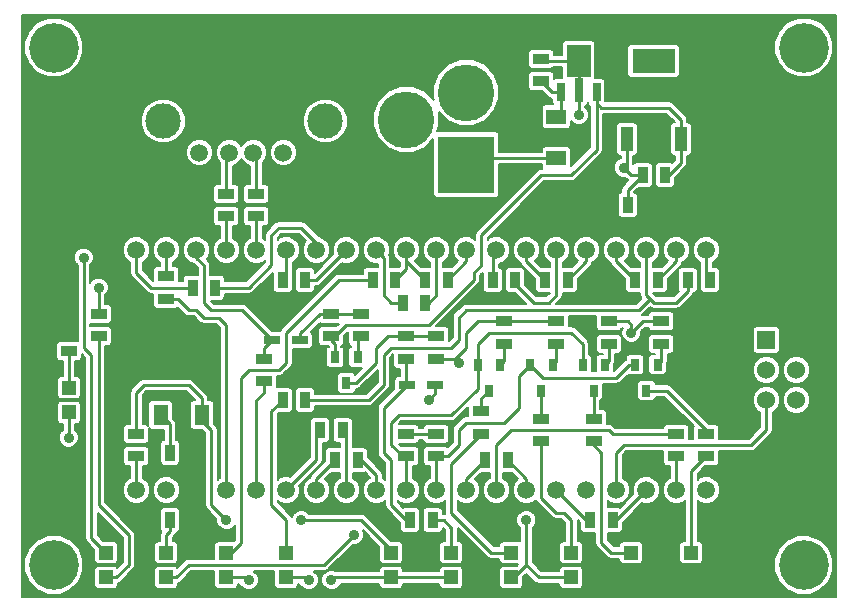
<source format=gtl>
G04 (created by PCBNEW (2013-03-31 BZR 4008)-stable) date 13.09.2013 22:32:34*
%MOIN*%
G04 Gerber Fmt 3.4, Leading zero omitted, Abs format*
%FSLAX34Y34*%
G01*
G70*
G90*
G04 APERTURE LIST*
%ADD10C,0.006*%
%ADD11C,0.0591*%
%ADD12C,0.1181*%
%ADD13R,0.144X0.08*%
%ADD14R,0.04X0.08*%
%ADD15R,0.0531X0.0256*%
%ADD16R,0.035X0.055*%
%ADD17R,0.055X0.035*%
%ADD18R,0.06X0.06*%
%ADD19C,0.06*%
%ADD20R,0.0472X0.0472*%
%ADD21C,0.189*%
%ADD22R,0.189X0.189*%
%ADD23R,0.0512X0.0669*%
%ADD24R,0.0276X0.063*%
%ADD25R,0.0276X0.0827*%
%ADD26R,0.0787X0.1083*%
%ADD27R,0.0315X0.0394*%
%ADD28C,0.0590551*%
%ADD29R,0.0669X0.0512*%
%ADD30C,0.1654*%
%ADD31C,0.035*%
%ADD32C,0.01*%
%ADD33C,0.00787402*%
G04 APERTURE END LIST*
G54D10*
G54D11*
X21600Y-11750D03*
X22600Y-11750D03*
X23400Y-11750D03*
X24400Y-11750D03*
G54D12*
X20400Y-10700D03*
X25800Y-10700D03*
G54D13*
X36750Y-8700D03*
G54D14*
X36750Y-11300D03*
X37650Y-11300D03*
X35850Y-11300D03*
G54D15*
X24028Y-18000D03*
X24972Y-18000D03*
X29472Y-19500D03*
X28528Y-19500D03*
G54D16*
X36125Y-16000D03*
X36875Y-16000D03*
G54D17*
X20500Y-16625D03*
X20500Y-15875D03*
X18250Y-17125D03*
X18250Y-17875D03*
X23500Y-13125D03*
X23500Y-13875D03*
X22500Y-13125D03*
X22500Y-13875D03*
G54D16*
X36375Y-12500D03*
X37125Y-12500D03*
X25125Y-20000D03*
X24375Y-20000D03*
X28125Y-16000D03*
X27375Y-16000D03*
X35875Y-13500D03*
X36625Y-13500D03*
G54D17*
X17250Y-17625D03*
X17250Y-18375D03*
X33000Y-8625D03*
X33000Y-9375D03*
G54D16*
X37875Y-16000D03*
X38625Y-16000D03*
X21375Y-16250D03*
X22125Y-16250D03*
X33125Y-16000D03*
X33875Y-16000D03*
X31375Y-16000D03*
X32125Y-16000D03*
X29125Y-16000D03*
X29875Y-16000D03*
X20625Y-21750D03*
X21375Y-21750D03*
X28375Y-16750D03*
X29125Y-16750D03*
G54D17*
X37500Y-21125D03*
X37500Y-21875D03*
G54D16*
X34625Y-24000D03*
X35375Y-24000D03*
G54D17*
X23750Y-19375D03*
X23750Y-18625D03*
G54D16*
X31875Y-22000D03*
X31125Y-22000D03*
X26875Y-22000D03*
X26125Y-22000D03*
X26375Y-21000D03*
X25625Y-21000D03*
X24375Y-16000D03*
X25125Y-16000D03*
G54D17*
X19500Y-21125D03*
X19500Y-21875D03*
X34750Y-21375D03*
X34750Y-20625D03*
X28500Y-21875D03*
X28500Y-21125D03*
X29500Y-21125D03*
X29500Y-21875D03*
X31000Y-20375D03*
X31000Y-21125D03*
G54D16*
X20625Y-24000D03*
X21375Y-24000D03*
G54D17*
X35250Y-17375D03*
X35250Y-18125D03*
X31750Y-17375D03*
X31750Y-18125D03*
X38500Y-21875D03*
X38500Y-21125D03*
X37000Y-17375D03*
X37000Y-18125D03*
X33000Y-20625D03*
X33000Y-21375D03*
X33500Y-17375D03*
X33500Y-18125D03*
G54D16*
X29375Y-24000D03*
X28625Y-24000D03*
G54D17*
X28500Y-18625D03*
X28500Y-17875D03*
X29500Y-18625D03*
X29500Y-17875D03*
X26000Y-17875D03*
X26000Y-17125D03*
X27000Y-17875D03*
X27000Y-17125D03*
G54D18*
X40500Y-18000D03*
G54D19*
X41500Y-18000D03*
X40500Y-19000D03*
X41500Y-19000D03*
X40500Y-20000D03*
X41500Y-20000D03*
G54D20*
X30000Y-25913D03*
X30000Y-25087D03*
X36000Y-25913D03*
X36000Y-25087D03*
X24500Y-25087D03*
X24500Y-25913D03*
X22500Y-25087D03*
X22500Y-25913D03*
X17250Y-19587D03*
X17250Y-20413D03*
X18500Y-25913D03*
X18500Y-25087D03*
X32000Y-25087D03*
X32000Y-25913D03*
X20500Y-25087D03*
X20500Y-25913D03*
X28000Y-25087D03*
X28000Y-25913D03*
X38000Y-25913D03*
X38000Y-25087D03*
X34000Y-25087D03*
X34000Y-25913D03*
G54D21*
X30500Y-9750D03*
G54D22*
X30500Y-12150D03*
G54D21*
X28500Y-10650D03*
G54D23*
X20311Y-20500D03*
X21689Y-20500D03*
G54D24*
X33659Y-9748D03*
G54D25*
X34250Y-9650D03*
G54D24*
X34841Y-9748D03*
G54D26*
X34250Y-8705D03*
G54D27*
X34750Y-19683D03*
X34375Y-18817D03*
X35125Y-18817D03*
X31250Y-19683D03*
X30875Y-18817D03*
X31625Y-18817D03*
X36500Y-19683D03*
X36125Y-18817D03*
X36875Y-18817D03*
X33000Y-19683D03*
X32625Y-18817D03*
X33375Y-18817D03*
X26500Y-19433D03*
X26125Y-18567D03*
X26875Y-18567D03*
G54D28*
X19500Y-23000D03*
X20500Y-23000D03*
X21500Y-23000D03*
X22500Y-23000D03*
X23500Y-23000D03*
X24500Y-23000D03*
X25500Y-23000D03*
X26500Y-23000D03*
X27500Y-23000D03*
X28500Y-23000D03*
X29500Y-23000D03*
X30500Y-23000D03*
X31500Y-23000D03*
X32500Y-23000D03*
X33500Y-23000D03*
X34500Y-23000D03*
X35500Y-23000D03*
X36500Y-23000D03*
X37500Y-23000D03*
X38500Y-23000D03*
X38500Y-15000D03*
X37500Y-15000D03*
X36500Y-15000D03*
X35500Y-15000D03*
X34500Y-15000D03*
X33500Y-15000D03*
X32500Y-15000D03*
X31500Y-15000D03*
X30500Y-15000D03*
X29500Y-15000D03*
X28500Y-15000D03*
X27500Y-15000D03*
X26500Y-15000D03*
X25500Y-15000D03*
X24500Y-15000D03*
X23500Y-15000D03*
X22500Y-15000D03*
X21500Y-15000D03*
X20500Y-15000D03*
X19500Y-15000D03*
G54D29*
X33500Y-11939D03*
X33500Y-10561D03*
G54D30*
X41750Y-8250D03*
X41750Y-25500D03*
X16750Y-25500D03*
X16750Y-8250D03*
G54D31*
X32500Y-24000D03*
X25250Y-26000D03*
X23250Y-26000D03*
X34250Y-10500D03*
X29250Y-20000D03*
X36000Y-17750D03*
X17250Y-21250D03*
X35750Y-12250D03*
X25000Y-24000D03*
X22500Y-24000D03*
X17750Y-15250D03*
X18250Y-16250D03*
X26750Y-24500D03*
X26000Y-26000D03*
X30250Y-18750D03*
G54D32*
X21375Y-24000D02*
X21375Y-23125D01*
X21375Y-23125D02*
X21500Y-23000D01*
X21500Y-23000D02*
X21500Y-21875D01*
X21500Y-21875D02*
X21375Y-21750D01*
X36750Y-11300D02*
X36750Y-13375D01*
X36750Y-13375D02*
X36625Y-13500D01*
X26000Y-17875D02*
X26125Y-17875D01*
X34841Y-11659D02*
X34841Y-9748D01*
X34000Y-12500D02*
X34841Y-11659D01*
X33000Y-12500D02*
X34000Y-12500D01*
X31000Y-14500D02*
X33000Y-12500D01*
X31000Y-15500D02*
X31000Y-14500D01*
X30750Y-15750D02*
X31000Y-15500D01*
X30750Y-16000D02*
X30750Y-15750D01*
X29250Y-17500D02*
X30750Y-16000D01*
X26500Y-17500D02*
X29250Y-17500D01*
X26125Y-17875D02*
X26500Y-17500D01*
X34841Y-9748D02*
X34841Y-10091D01*
X34841Y-10091D02*
X35000Y-10250D01*
X35000Y-10250D02*
X37250Y-10250D01*
X37250Y-10250D02*
X37650Y-10650D01*
X37650Y-10650D02*
X37650Y-11300D01*
X26125Y-18567D02*
X26125Y-18125D01*
X26125Y-18125D02*
X26000Y-18000D01*
X26000Y-18000D02*
X26000Y-17875D01*
X37125Y-12500D02*
X37250Y-12500D01*
X37250Y-12500D02*
X37650Y-12100D01*
X37650Y-12100D02*
X37650Y-11300D01*
X32500Y-25500D02*
X32500Y-24000D01*
X34000Y-25913D02*
X32913Y-25913D01*
X32913Y-25913D02*
X32500Y-25500D01*
X32000Y-25913D02*
X32087Y-25913D01*
X32087Y-25913D02*
X32500Y-25500D01*
X24500Y-25913D02*
X25163Y-25913D01*
X25163Y-25913D02*
X25250Y-26000D01*
X22500Y-25913D02*
X23163Y-25913D01*
X23163Y-25913D02*
X23250Y-26000D01*
X34250Y-8705D02*
X34250Y-9650D01*
X34250Y-9650D02*
X34250Y-10500D01*
X29472Y-19500D02*
X29472Y-19778D01*
X29472Y-19778D02*
X29250Y-20000D01*
X35250Y-17375D02*
X35875Y-17375D01*
X36375Y-17375D02*
X36000Y-17750D01*
X36375Y-17375D02*
X37000Y-17375D01*
X36000Y-17500D02*
X36000Y-17750D01*
X35875Y-17375D02*
X36000Y-17500D01*
X17250Y-20413D02*
X17250Y-21250D01*
X35875Y-13500D02*
X35875Y-13000D01*
X35875Y-13000D02*
X36375Y-12500D01*
X35850Y-11300D02*
X35850Y-12150D01*
X36000Y-12500D02*
X35750Y-12250D01*
X36000Y-12500D02*
X36375Y-12500D01*
X35850Y-12150D02*
X35750Y-12250D01*
X34250Y-8705D02*
X33080Y-8705D01*
X33080Y-8705D02*
X33000Y-8625D01*
X28500Y-15000D02*
X28500Y-15625D01*
X28500Y-15625D02*
X28125Y-16000D01*
X28500Y-15000D02*
X28500Y-15375D01*
X28500Y-15375D02*
X29125Y-16000D01*
X32125Y-16000D02*
X32125Y-16125D01*
X33500Y-16500D02*
X33500Y-15000D01*
X33250Y-16750D02*
X33500Y-16500D01*
X32750Y-16750D02*
X33250Y-16750D01*
X32125Y-16125D02*
X32750Y-16750D01*
X32500Y-15000D02*
X32500Y-15375D01*
X32500Y-15375D02*
X33125Y-16000D01*
X34500Y-15000D02*
X34500Y-15375D01*
X34500Y-15375D02*
X33875Y-16000D01*
X35500Y-15000D02*
X35500Y-15375D01*
X35500Y-15375D02*
X36125Y-16000D01*
X24500Y-15000D02*
X24500Y-15875D01*
X24500Y-15875D02*
X24375Y-16000D01*
X20500Y-16625D02*
X20875Y-16625D01*
X22500Y-17500D02*
X22500Y-23000D01*
X22250Y-17250D02*
X22500Y-17500D01*
X21750Y-17250D02*
X22250Y-17250D01*
X21500Y-17000D02*
X21750Y-17250D01*
X21250Y-17000D02*
X21500Y-17000D01*
X20875Y-16625D02*
X21250Y-17000D01*
X25500Y-15000D02*
X25500Y-14750D01*
X23250Y-16250D02*
X22125Y-16250D01*
X24000Y-15500D02*
X23250Y-16250D01*
X24000Y-14500D02*
X24000Y-15500D01*
X24250Y-14250D02*
X24000Y-14500D01*
X25000Y-14250D02*
X24250Y-14250D01*
X25500Y-14750D02*
X25000Y-14250D01*
X21375Y-16250D02*
X20000Y-16250D01*
X19500Y-15750D02*
X19500Y-15000D01*
X20000Y-16250D02*
X19500Y-15750D01*
X25125Y-16000D02*
X25500Y-16000D01*
X25500Y-16000D02*
X26500Y-15000D01*
X24500Y-23000D02*
X25500Y-22000D01*
X25500Y-21125D02*
X25625Y-21000D01*
X25500Y-22000D02*
X25500Y-21125D01*
X37500Y-21875D02*
X37500Y-23000D01*
X26500Y-23000D02*
X26500Y-21125D01*
X26500Y-21125D02*
X26375Y-21000D01*
X25500Y-23000D02*
X25500Y-22625D01*
X25500Y-22625D02*
X26125Y-22000D01*
X27500Y-23000D02*
X27500Y-22500D01*
X27000Y-22000D02*
X26875Y-22000D01*
X27500Y-22500D02*
X27000Y-22000D01*
X37500Y-21125D02*
X35375Y-21125D01*
X31500Y-21500D02*
X31500Y-23000D01*
X32000Y-21000D02*
X31500Y-21500D01*
X35250Y-21000D02*
X32000Y-21000D01*
X35375Y-21125D02*
X35250Y-21000D01*
X21689Y-20500D02*
X21689Y-20689D01*
X28000Y-25000D02*
X28000Y-25087D01*
X27000Y-24000D02*
X28000Y-25000D01*
X25000Y-24000D02*
X27000Y-24000D01*
X22000Y-23500D02*
X22500Y-24000D01*
X22000Y-21000D02*
X22000Y-23500D01*
X21689Y-20689D02*
X22000Y-21000D01*
X19500Y-21125D02*
X19500Y-19750D01*
X21689Y-19939D02*
X21689Y-20500D01*
X21250Y-19500D02*
X21689Y-19939D01*
X19750Y-19500D02*
X21250Y-19500D01*
X19500Y-19750D02*
X19750Y-19500D01*
X18250Y-17875D02*
X18250Y-23500D01*
X18837Y-25913D02*
X18500Y-25913D01*
X19250Y-25500D02*
X18837Y-25913D01*
X19250Y-24500D02*
X19250Y-25500D01*
X18250Y-23500D02*
X19250Y-24500D01*
X35500Y-23000D02*
X35500Y-21750D01*
X40500Y-21000D02*
X40500Y-20000D01*
X40000Y-21500D02*
X40500Y-21000D01*
X35750Y-21500D02*
X40000Y-21500D01*
X35500Y-21750D02*
X35750Y-21500D01*
X29375Y-24000D02*
X29750Y-24000D01*
X30000Y-24250D02*
X30000Y-25087D01*
X29750Y-24000D02*
X30000Y-24250D01*
X28625Y-24000D02*
X28500Y-24000D01*
X27750Y-20278D02*
X28528Y-19500D01*
X27750Y-21750D02*
X27750Y-20278D01*
X28000Y-22000D02*
X27750Y-21750D01*
X28000Y-23500D02*
X28000Y-22000D01*
X28500Y-24000D02*
X28000Y-23500D01*
X28500Y-18625D02*
X28500Y-19472D01*
X28500Y-19472D02*
X28528Y-19500D01*
X35375Y-24000D02*
X35500Y-24000D01*
X35500Y-24000D02*
X36500Y-23000D01*
X37500Y-15000D02*
X37500Y-15375D01*
X37500Y-15375D02*
X36875Y-16000D01*
X38500Y-15000D02*
X38500Y-15875D01*
X38500Y-15875D02*
X38625Y-16000D01*
X22500Y-13125D02*
X22500Y-11850D01*
X22500Y-11850D02*
X22600Y-11750D01*
X23500Y-13125D02*
X23500Y-11850D01*
X23500Y-11850D02*
X23400Y-11750D01*
X18000Y-24587D02*
X18500Y-25087D01*
X18000Y-18500D02*
X18000Y-24587D01*
X17750Y-18250D02*
X18000Y-18500D01*
X17750Y-15250D02*
X17750Y-18250D01*
X18250Y-16250D02*
X18250Y-17125D01*
X30500Y-23000D02*
X30500Y-22625D01*
X30500Y-22625D02*
X31125Y-22000D01*
X34625Y-24000D02*
X34500Y-24000D01*
X34500Y-24000D02*
X33500Y-23000D01*
X32500Y-23000D02*
X32500Y-22625D01*
X32500Y-22625D02*
X31875Y-22000D01*
X29500Y-21875D02*
X29875Y-21875D01*
X32250Y-19192D02*
X32625Y-18817D01*
X32250Y-20250D02*
X32250Y-19192D01*
X31750Y-20750D02*
X32250Y-20250D01*
X30500Y-20750D02*
X31750Y-20750D01*
X30250Y-21000D02*
X30500Y-20750D01*
X30250Y-21500D02*
X30250Y-21000D01*
X29875Y-21875D02*
X30250Y-21500D01*
X36125Y-18817D02*
X35933Y-18817D01*
X33058Y-19250D02*
X32625Y-18817D01*
X35500Y-19250D02*
X33058Y-19250D01*
X35933Y-18817D02*
X35500Y-19250D01*
X29500Y-21875D02*
X29500Y-23000D01*
X23500Y-13875D02*
X23500Y-15000D01*
X20837Y-25913D02*
X20500Y-25913D01*
X21250Y-25500D02*
X20837Y-25913D01*
X25750Y-25500D02*
X21250Y-25500D01*
X26750Y-24500D02*
X25750Y-25500D01*
X23750Y-19375D02*
X23750Y-19750D01*
X23500Y-20000D02*
X23500Y-23000D01*
X23750Y-19750D02*
X23500Y-20000D01*
X33500Y-11939D02*
X30711Y-11939D01*
X30711Y-11939D02*
X30500Y-12150D01*
X33659Y-9748D02*
X33659Y-10402D01*
X33659Y-10402D02*
X33500Y-10561D01*
X33659Y-9748D02*
X33373Y-9748D01*
X33373Y-9748D02*
X33000Y-9375D01*
X20500Y-15000D02*
X20500Y-15875D01*
X22500Y-25087D02*
X22663Y-25087D01*
X26250Y-16000D02*
X27375Y-16000D01*
X24500Y-17750D02*
X26250Y-16000D01*
X24500Y-18750D02*
X24500Y-17750D01*
X24250Y-19000D02*
X24500Y-18750D01*
X23250Y-19000D02*
X24250Y-19000D01*
X23000Y-19250D02*
X23250Y-19000D01*
X23000Y-24750D02*
X23000Y-19250D01*
X22663Y-25087D02*
X23000Y-24750D01*
X23750Y-18625D02*
X23750Y-18278D01*
X23750Y-18278D02*
X24028Y-18000D01*
X21500Y-15000D02*
X21500Y-15250D01*
X23028Y-17000D02*
X24028Y-18000D01*
X22000Y-17000D02*
X23028Y-17000D01*
X21750Y-16750D02*
X22000Y-17000D01*
X21750Y-15500D02*
X21750Y-16750D01*
X21500Y-15250D02*
X21750Y-15500D01*
X17250Y-18375D02*
X17250Y-19587D01*
X22500Y-13875D02*
X22500Y-15000D01*
X24500Y-25087D02*
X24500Y-24000D01*
X24000Y-20375D02*
X24375Y-20000D01*
X24000Y-23500D02*
X24000Y-20375D01*
X24500Y-24000D02*
X24000Y-23500D01*
X25125Y-20000D02*
X27250Y-20000D01*
X36250Y-17000D02*
X36625Y-16625D01*
X30500Y-17000D02*
X36250Y-17000D01*
X30250Y-17250D02*
X30500Y-17000D01*
X30250Y-18000D02*
X30250Y-17250D01*
X30000Y-18250D02*
X30250Y-18000D01*
X28000Y-18250D02*
X30000Y-18250D01*
X27750Y-18500D02*
X28000Y-18250D01*
X27750Y-19500D02*
X27750Y-18500D01*
X27250Y-20000D02*
X27750Y-19500D01*
X37875Y-16000D02*
X37875Y-16375D01*
X36500Y-16500D02*
X36500Y-15000D01*
X36750Y-16750D02*
X36625Y-16625D01*
X36625Y-16625D02*
X36500Y-16500D01*
X37500Y-16750D02*
X36750Y-16750D01*
X37875Y-16375D02*
X37500Y-16750D01*
X28500Y-17875D02*
X29500Y-17875D01*
X26500Y-19433D02*
X26817Y-19433D01*
X27875Y-17875D02*
X28500Y-17875D01*
X27500Y-18250D02*
X27875Y-17875D01*
X27500Y-18750D02*
X27500Y-18250D01*
X26817Y-19433D02*
X27500Y-18750D01*
X26875Y-18567D02*
X26875Y-18000D01*
X26875Y-18000D02*
X27000Y-17875D01*
X20625Y-21750D02*
X20625Y-20814D01*
X20625Y-20814D02*
X20311Y-20500D01*
X33000Y-21375D02*
X33000Y-23250D01*
X34000Y-24000D02*
X34000Y-25087D01*
X33750Y-23750D02*
X34000Y-24000D01*
X33500Y-23750D02*
X33750Y-23750D01*
X33000Y-23250D02*
X33500Y-23750D01*
X32000Y-25087D02*
X31337Y-25087D01*
X30000Y-22125D02*
X31000Y-21125D01*
X30000Y-23750D02*
X30000Y-22125D01*
X31337Y-25087D02*
X30000Y-23750D01*
X31000Y-20375D02*
X31000Y-19933D01*
X31000Y-19933D02*
X31250Y-19683D01*
X28500Y-21125D02*
X29500Y-21125D01*
X28375Y-16750D02*
X28000Y-16750D01*
X27750Y-15250D02*
X27500Y-15000D01*
X27750Y-16500D02*
X27750Y-15250D01*
X28000Y-16750D02*
X27750Y-16500D01*
X36000Y-25087D02*
X35337Y-25087D01*
X34750Y-21500D02*
X34750Y-21375D01*
X35000Y-21750D02*
X34750Y-21500D01*
X35000Y-24750D02*
X35000Y-21750D01*
X35337Y-25087D02*
X35000Y-24750D01*
X34750Y-19683D02*
X34750Y-20625D01*
X33000Y-19683D02*
X33000Y-20625D01*
X33500Y-18125D02*
X33500Y-18692D01*
X33500Y-18692D02*
X33375Y-18817D01*
X38500Y-21125D02*
X38500Y-21000D01*
X37183Y-19683D02*
X36500Y-19683D01*
X38500Y-21000D02*
X37183Y-19683D01*
X38000Y-25087D02*
X38000Y-22375D01*
X38000Y-22375D02*
X38500Y-21875D01*
X37000Y-18125D02*
X37000Y-18692D01*
X37000Y-18692D02*
X36875Y-18817D01*
X31750Y-18125D02*
X31750Y-18692D01*
X31750Y-18692D02*
X31625Y-18817D01*
X35250Y-18125D02*
X35250Y-18692D01*
X35250Y-18692D02*
X35125Y-18817D01*
X20625Y-24000D02*
X20625Y-24375D01*
X20500Y-24500D02*
X20500Y-25087D01*
X20625Y-24375D02*
X20500Y-24500D01*
X29125Y-16750D02*
X29250Y-16750D01*
X29500Y-16500D02*
X29500Y-15000D01*
X29250Y-16750D02*
X29500Y-16500D01*
X28000Y-25913D02*
X26087Y-25913D01*
X26087Y-25913D02*
X26000Y-26000D01*
X30000Y-25913D02*
X28000Y-25913D01*
X30125Y-18625D02*
X30250Y-18750D01*
X29500Y-18625D02*
X30125Y-18625D01*
X30875Y-17375D02*
X31750Y-17375D01*
X30500Y-17750D02*
X30875Y-17375D01*
X30500Y-18250D02*
X30500Y-17750D01*
X30125Y-18625D02*
X30500Y-18250D01*
X19500Y-23000D02*
X19500Y-21875D01*
X33500Y-17375D02*
X31750Y-17375D01*
X26000Y-17125D02*
X27000Y-17125D01*
X24972Y-18000D02*
X24972Y-17778D01*
X25625Y-17125D02*
X26000Y-17125D01*
X24972Y-17778D02*
X25625Y-17125D01*
X28500Y-21875D02*
X28375Y-21875D01*
X30875Y-19625D02*
X30875Y-18817D01*
X30000Y-20500D02*
X30875Y-19625D01*
X28250Y-20500D02*
X30000Y-20500D01*
X28000Y-20750D02*
X28250Y-20500D01*
X28000Y-21500D02*
X28000Y-20750D01*
X28375Y-21875D02*
X28000Y-21500D01*
X34375Y-18817D02*
X34375Y-18125D01*
X30875Y-18125D02*
X30875Y-18817D01*
X31250Y-17750D02*
X30875Y-18125D01*
X34000Y-17750D02*
X31250Y-17750D01*
X34375Y-18125D02*
X34000Y-17750D01*
X28500Y-23000D02*
X28500Y-21875D01*
X30500Y-15000D02*
X30500Y-15375D01*
X30500Y-15375D02*
X29875Y-16000D01*
X31375Y-16000D02*
X31375Y-15125D01*
X31375Y-15125D02*
X31500Y-15000D01*
G54D10*
G36*
X42822Y-26572D02*
X42734Y-26572D01*
X42734Y-25305D01*
X42734Y-8055D01*
X42585Y-7693D01*
X42308Y-7415D01*
X41946Y-7265D01*
X41555Y-7265D01*
X41193Y-7414D01*
X40915Y-7691D01*
X40765Y-8053D01*
X40765Y-8444D01*
X40914Y-8806D01*
X41191Y-9084D01*
X41553Y-9234D01*
X41944Y-9234D01*
X42306Y-9085D01*
X42584Y-8808D01*
X42734Y-8446D01*
X42734Y-8055D01*
X42734Y-25305D01*
X42585Y-24943D01*
X42308Y-24665D01*
X41957Y-24520D01*
X41957Y-19909D01*
X41957Y-18909D01*
X41888Y-18741D01*
X41759Y-18612D01*
X41591Y-18542D01*
X41409Y-18542D01*
X41241Y-18611D01*
X41112Y-18740D01*
X41042Y-18908D01*
X41042Y-19090D01*
X41111Y-19258D01*
X41240Y-19387D01*
X41408Y-19457D01*
X41590Y-19457D01*
X41758Y-19388D01*
X41887Y-19259D01*
X41957Y-19091D01*
X41957Y-18909D01*
X41957Y-19909D01*
X41888Y-19741D01*
X41759Y-19612D01*
X41591Y-19542D01*
X41409Y-19542D01*
X41241Y-19611D01*
X41112Y-19740D01*
X41042Y-19908D01*
X41042Y-20090D01*
X41111Y-20258D01*
X41240Y-20387D01*
X41408Y-20457D01*
X41590Y-20457D01*
X41758Y-20388D01*
X41887Y-20259D01*
X41957Y-20091D01*
X41957Y-19909D01*
X41957Y-24520D01*
X41946Y-24515D01*
X41555Y-24515D01*
X41193Y-24664D01*
X40957Y-24900D01*
X40957Y-19909D01*
X40957Y-18909D01*
X40957Y-18909D01*
X40957Y-18268D01*
X40957Y-17668D01*
X40933Y-17610D01*
X40889Y-17566D01*
X40831Y-17542D01*
X40768Y-17542D01*
X40168Y-17542D01*
X40110Y-17566D01*
X40066Y-17610D01*
X40042Y-17668D01*
X40042Y-17731D01*
X40042Y-18331D01*
X40066Y-18389D01*
X40110Y-18433D01*
X40168Y-18457D01*
X40231Y-18457D01*
X40831Y-18457D01*
X40889Y-18433D01*
X40933Y-18389D01*
X40957Y-18331D01*
X40957Y-18268D01*
X40957Y-18909D01*
X40888Y-18741D01*
X40759Y-18612D01*
X40591Y-18542D01*
X40409Y-18542D01*
X40241Y-18611D01*
X40112Y-18740D01*
X40042Y-18908D01*
X40042Y-19090D01*
X40111Y-19258D01*
X40240Y-19387D01*
X40408Y-19457D01*
X40590Y-19457D01*
X40758Y-19388D01*
X40887Y-19259D01*
X40957Y-19091D01*
X40957Y-18909D01*
X40957Y-19909D01*
X40888Y-19741D01*
X40759Y-19612D01*
X40591Y-19542D01*
X40409Y-19542D01*
X40241Y-19611D01*
X40112Y-19740D01*
X40042Y-19908D01*
X40042Y-20090D01*
X40111Y-20258D01*
X40240Y-20387D01*
X40292Y-20409D01*
X40292Y-20914D01*
X39914Y-21292D01*
X38957Y-21292D01*
X38957Y-16243D01*
X38957Y-15693D01*
X38933Y-15635D01*
X38889Y-15591D01*
X38831Y-15567D01*
X38768Y-15567D01*
X38707Y-15567D01*
X38707Y-15404D01*
X38756Y-15384D01*
X38883Y-15256D01*
X38952Y-15090D01*
X38952Y-14910D01*
X38884Y-14743D01*
X38756Y-14616D01*
X38590Y-14547D01*
X38410Y-14547D01*
X38243Y-14615D01*
X38116Y-14743D01*
X38047Y-14909D01*
X38047Y-15089D01*
X38115Y-15256D01*
X38243Y-15383D01*
X38292Y-15404D01*
X38292Y-15725D01*
X38292Y-15756D01*
X38292Y-16306D01*
X38316Y-16364D01*
X38360Y-16408D01*
X38418Y-16432D01*
X38481Y-16432D01*
X38831Y-16432D01*
X38889Y-16408D01*
X38933Y-16364D01*
X38957Y-16306D01*
X38957Y-16243D01*
X38957Y-21292D01*
X38932Y-21292D01*
X38932Y-21268D01*
X38932Y-20918D01*
X38908Y-20860D01*
X38864Y-20816D01*
X38806Y-20792D01*
X38743Y-20792D01*
X38585Y-20792D01*
X37432Y-19639D01*
X37432Y-18268D01*
X37432Y-17918D01*
X37408Y-17860D01*
X37364Y-17816D01*
X37306Y-17792D01*
X37243Y-17792D01*
X36693Y-17792D01*
X36635Y-17816D01*
X36591Y-17860D01*
X36567Y-17918D01*
X36567Y-17981D01*
X36567Y-18331D01*
X36591Y-18389D01*
X36635Y-18433D01*
X36693Y-18457D01*
X36756Y-18457D01*
X36792Y-18457D01*
X36792Y-18462D01*
X36686Y-18462D01*
X36628Y-18486D01*
X36584Y-18530D01*
X36560Y-18588D01*
X36559Y-18651D01*
X36559Y-19045D01*
X36583Y-19103D01*
X36628Y-19147D01*
X36686Y-19171D01*
X36748Y-19171D01*
X37063Y-19171D01*
X37121Y-19147D01*
X37165Y-19103D01*
X37189Y-19045D01*
X37190Y-18982D01*
X37190Y-18773D01*
X37191Y-18771D01*
X37191Y-18771D01*
X37207Y-18692D01*
X37207Y-18692D01*
X37207Y-18457D01*
X37306Y-18457D01*
X37364Y-18433D01*
X37408Y-18389D01*
X37432Y-18331D01*
X37432Y-18268D01*
X37432Y-19639D01*
X37329Y-19536D01*
X37262Y-19491D01*
X37183Y-19475D01*
X36815Y-19475D01*
X36815Y-19454D01*
X36791Y-19396D01*
X36746Y-19352D01*
X36688Y-19328D01*
X36626Y-19328D01*
X36311Y-19328D01*
X36253Y-19352D01*
X36209Y-19396D01*
X36185Y-19454D01*
X36184Y-19517D01*
X36184Y-19911D01*
X36208Y-19969D01*
X36253Y-20013D01*
X36311Y-20037D01*
X36373Y-20037D01*
X36688Y-20037D01*
X36746Y-20013D01*
X36790Y-19969D01*
X36814Y-19911D01*
X36814Y-19890D01*
X37097Y-19890D01*
X38084Y-20877D01*
X38067Y-20918D01*
X38067Y-20981D01*
X38067Y-21292D01*
X37932Y-21292D01*
X37932Y-21268D01*
X37932Y-20918D01*
X37908Y-20860D01*
X37864Y-20816D01*
X37806Y-20792D01*
X37743Y-20792D01*
X37193Y-20792D01*
X37135Y-20816D01*
X37091Y-20860D01*
X37067Y-20917D01*
X35460Y-20917D01*
X35396Y-20853D01*
X35329Y-20808D01*
X35250Y-20792D01*
X35182Y-20792D01*
X35182Y-20768D01*
X35182Y-20418D01*
X35158Y-20360D01*
X35114Y-20316D01*
X35056Y-20292D01*
X34993Y-20292D01*
X34957Y-20292D01*
X34957Y-20029D01*
X34996Y-20013D01*
X35040Y-19969D01*
X35064Y-19911D01*
X35065Y-19848D01*
X35065Y-19457D01*
X35500Y-19457D01*
X35579Y-19441D01*
X35579Y-19441D01*
X35646Y-19396D01*
X35890Y-19152D01*
X35936Y-19171D01*
X35998Y-19171D01*
X36313Y-19171D01*
X36371Y-19147D01*
X36415Y-19103D01*
X36439Y-19045D01*
X36440Y-18982D01*
X36440Y-18588D01*
X36416Y-18530D01*
X36371Y-18486D01*
X36313Y-18462D01*
X36251Y-18462D01*
X35936Y-18462D01*
X35878Y-18486D01*
X35834Y-18530D01*
X35810Y-18588D01*
X35809Y-18651D01*
X35809Y-18654D01*
X35786Y-18670D01*
X35439Y-19016D01*
X35440Y-18982D01*
X35440Y-18773D01*
X35441Y-18771D01*
X35441Y-18771D01*
X35457Y-18692D01*
X35457Y-18692D01*
X35457Y-18457D01*
X35556Y-18457D01*
X35614Y-18433D01*
X35658Y-18389D01*
X35682Y-18331D01*
X35682Y-18268D01*
X35682Y-17918D01*
X35658Y-17860D01*
X35614Y-17816D01*
X35556Y-17792D01*
X35493Y-17792D01*
X34943Y-17792D01*
X34885Y-17816D01*
X34841Y-17860D01*
X34817Y-17918D01*
X34817Y-17981D01*
X34817Y-18331D01*
X34841Y-18389D01*
X34885Y-18433D01*
X34943Y-18457D01*
X35006Y-18457D01*
X35042Y-18457D01*
X35042Y-18462D01*
X34936Y-18462D01*
X34878Y-18486D01*
X34834Y-18530D01*
X34810Y-18588D01*
X34809Y-18651D01*
X34809Y-19042D01*
X34689Y-19042D01*
X34690Y-18982D01*
X34690Y-18588D01*
X34666Y-18530D01*
X34621Y-18486D01*
X34582Y-18470D01*
X34582Y-18125D01*
X34566Y-18045D01*
X34566Y-18045D01*
X34551Y-18023D01*
X34521Y-17978D01*
X34521Y-17978D01*
X34146Y-17603D01*
X34079Y-17558D01*
X34000Y-17542D01*
X33932Y-17542D01*
X33932Y-17518D01*
X33932Y-17207D01*
X34817Y-17207D01*
X34817Y-17231D01*
X34817Y-17581D01*
X34841Y-17639D01*
X34885Y-17683D01*
X34943Y-17707D01*
X35006Y-17707D01*
X35556Y-17707D01*
X35614Y-17683D01*
X35658Y-17639D01*
X35682Y-17582D01*
X35709Y-17582D01*
X35667Y-17683D01*
X35667Y-17815D01*
X35717Y-17938D01*
X35811Y-18031D01*
X35933Y-18082D01*
X36065Y-18082D01*
X36188Y-18032D01*
X36281Y-17938D01*
X36332Y-17816D01*
X36332Y-17710D01*
X36460Y-17582D01*
X36568Y-17582D01*
X36591Y-17639D01*
X36635Y-17683D01*
X36693Y-17707D01*
X36756Y-17707D01*
X37306Y-17707D01*
X37364Y-17683D01*
X37408Y-17639D01*
X37432Y-17581D01*
X37432Y-17518D01*
X37432Y-17168D01*
X37408Y-17110D01*
X37364Y-17066D01*
X37306Y-17042D01*
X37243Y-17042D01*
X36693Y-17042D01*
X36635Y-17066D01*
X36591Y-17110D01*
X36567Y-17167D01*
X36375Y-17167D01*
X36361Y-17170D01*
X36396Y-17146D01*
X36629Y-16914D01*
X36648Y-16926D01*
X36670Y-16941D01*
X36670Y-16941D01*
X36749Y-16957D01*
X36750Y-16957D01*
X37500Y-16957D01*
X37579Y-16941D01*
X37579Y-16941D01*
X37646Y-16896D01*
X38021Y-16521D01*
X38021Y-16521D01*
X38051Y-16476D01*
X38066Y-16454D01*
X38066Y-16454D01*
X38071Y-16432D01*
X38081Y-16432D01*
X38139Y-16408D01*
X38183Y-16364D01*
X38207Y-16306D01*
X38207Y-16243D01*
X38207Y-15693D01*
X38183Y-15635D01*
X38139Y-15591D01*
X38081Y-15567D01*
X38018Y-15567D01*
X37668Y-15567D01*
X37610Y-15591D01*
X37566Y-15635D01*
X37542Y-15693D01*
X37542Y-15756D01*
X37542Y-16306D01*
X37566Y-16364D01*
X37579Y-16377D01*
X37414Y-16542D01*
X36835Y-16542D01*
X36771Y-16478D01*
X36771Y-16478D01*
X36771Y-16478D01*
X36725Y-16432D01*
X36731Y-16432D01*
X37081Y-16432D01*
X37139Y-16408D01*
X37183Y-16364D01*
X37207Y-16306D01*
X37207Y-16243D01*
X37207Y-15960D01*
X37646Y-15521D01*
X37691Y-15454D01*
X37691Y-15454D01*
X37701Y-15406D01*
X37756Y-15384D01*
X37883Y-15256D01*
X37952Y-15090D01*
X37952Y-14910D01*
X37884Y-14743D01*
X37756Y-14616D01*
X37590Y-14547D01*
X37410Y-14547D01*
X37243Y-14615D01*
X37116Y-14743D01*
X37047Y-14909D01*
X37047Y-15089D01*
X37115Y-15256D01*
X37220Y-15360D01*
X37014Y-15567D01*
X36707Y-15567D01*
X36707Y-15404D01*
X36756Y-15384D01*
X36883Y-15256D01*
X36952Y-15090D01*
X36952Y-14910D01*
X36884Y-14743D01*
X36756Y-14616D01*
X36707Y-14595D01*
X36707Y-12743D01*
X36707Y-12193D01*
X36683Y-12135D01*
X36639Y-12091D01*
X36581Y-12067D01*
X36518Y-12067D01*
X36168Y-12067D01*
X36110Y-12091D01*
X36066Y-12135D01*
X36064Y-12140D01*
X36057Y-12123D01*
X36057Y-11857D01*
X36081Y-11857D01*
X36139Y-11833D01*
X36183Y-11789D01*
X36207Y-11731D01*
X36207Y-11668D01*
X36207Y-10868D01*
X36183Y-10810D01*
X36139Y-10766D01*
X36081Y-10742D01*
X36018Y-10742D01*
X35618Y-10742D01*
X35560Y-10766D01*
X35516Y-10810D01*
X35492Y-10868D01*
X35492Y-10931D01*
X35492Y-11731D01*
X35516Y-11789D01*
X35560Y-11833D01*
X35618Y-11857D01*
X35642Y-11857D01*
X35642Y-11934D01*
X35561Y-11967D01*
X35468Y-12061D01*
X35417Y-12183D01*
X35417Y-12315D01*
X35467Y-12438D01*
X35561Y-12531D01*
X35683Y-12582D01*
X35789Y-12582D01*
X35853Y-12646D01*
X35853Y-12646D01*
X35898Y-12676D01*
X35902Y-12679D01*
X35728Y-12853D01*
X35683Y-12920D01*
X35667Y-13000D01*
X35667Y-13068D01*
X35610Y-13091D01*
X35566Y-13135D01*
X35542Y-13193D01*
X35542Y-13256D01*
X35542Y-13806D01*
X35566Y-13864D01*
X35610Y-13908D01*
X35668Y-13932D01*
X35731Y-13932D01*
X36081Y-13932D01*
X36139Y-13908D01*
X36183Y-13864D01*
X36207Y-13806D01*
X36207Y-13743D01*
X36207Y-13193D01*
X36183Y-13135D01*
X36139Y-13091D01*
X36095Y-13073D01*
X36235Y-12932D01*
X36581Y-12932D01*
X36639Y-12908D01*
X36683Y-12864D01*
X36707Y-12806D01*
X36707Y-12743D01*
X36707Y-14595D01*
X36590Y-14547D01*
X36410Y-14547D01*
X36243Y-14615D01*
X36116Y-14743D01*
X36047Y-14909D01*
X36047Y-15089D01*
X36115Y-15256D01*
X36243Y-15383D01*
X36292Y-15404D01*
X36292Y-15567D01*
X36268Y-15567D01*
X35985Y-15567D01*
X35779Y-15360D01*
X35883Y-15256D01*
X35952Y-15090D01*
X35952Y-14910D01*
X35884Y-14743D01*
X35756Y-14616D01*
X35590Y-14547D01*
X35410Y-14547D01*
X35243Y-14615D01*
X35116Y-14743D01*
X35047Y-14909D01*
X35047Y-15089D01*
X35115Y-15256D01*
X35243Y-15383D01*
X35298Y-15406D01*
X35308Y-15454D01*
X35353Y-15521D01*
X35792Y-15960D01*
X35792Y-16306D01*
X35816Y-16364D01*
X35860Y-16408D01*
X35918Y-16432D01*
X35981Y-16432D01*
X36292Y-16432D01*
X36292Y-16500D01*
X36308Y-16579D01*
X36335Y-16620D01*
X36164Y-16792D01*
X33500Y-16792D01*
X33646Y-16646D01*
X33646Y-16646D01*
X33676Y-16601D01*
X33691Y-16579D01*
X33691Y-16579D01*
X33707Y-16500D01*
X33707Y-16500D01*
X33707Y-16432D01*
X33731Y-16432D01*
X34081Y-16432D01*
X34139Y-16408D01*
X34183Y-16364D01*
X34207Y-16306D01*
X34207Y-16243D01*
X34207Y-15960D01*
X34646Y-15521D01*
X34691Y-15454D01*
X34691Y-15454D01*
X34701Y-15406D01*
X34756Y-15384D01*
X34883Y-15256D01*
X34952Y-15090D01*
X34952Y-14910D01*
X34884Y-14743D01*
X34756Y-14616D01*
X34590Y-14547D01*
X34410Y-14547D01*
X34243Y-14615D01*
X34116Y-14743D01*
X34047Y-14909D01*
X34047Y-15089D01*
X34115Y-15256D01*
X34220Y-15360D01*
X34014Y-15567D01*
X33707Y-15567D01*
X33707Y-15404D01*
X33756Y-15384D01*
X33883Y-15256D01*
X33952Y-15090D01*
X33952Y-14910D01*
X33884Y-14743D01*
X33756Y-14616D01*
X33590Y-14547D01*
X33410Y-14547D01*
X33243Y-14615D01*
X33116Y-14743D01*
X33047Y-14909D01*
X33047Y-15089D01*
X33115Y-15256D01*
X33243Y-15383D01*
X33292Y-15404D01*
X33292Y-15567D01*
X33268Y-15567D01*
X32985Y-15567D01*
X32779Y-15360D01*
X32883Y-15256D01*
X32952Y-15090D01*
X32952Y-14910D01*
X32884Y-14743D01*
X32756Y-14616D01*
X32590Y-14547D01*
X32410Y-14547D01*
X32243Y-14615D01*
X32116Y-14743D01*
X32047Y-14909D01*
X32047Y-15089D01*
X32115Y-15256D01*
X32243Y-15383D01*
X32298Y-15406D01*
X32308Y-15454D01*
X32353Y-15521D01*
X32792Y-15960D01*
X32792Y-16306D01*
X32816Y-16364D01*
X32860Y-16408D01*
X32918Y-16432D01*
X32981Y-16432D01*
X33274Y-16432D01*
X33164Y-16542D01*
X32835Y-16542D01*
X32457Y-16164D01*
X32457Y-15693D01*
X32433Y-15635D01*
X32389Y-15591D01*
X32331Y-15567D01*
X32268Y-15567D01*
X31918Y-15567D01*
X31860Y-15591D01*
X31816Y-15635D01*
X31792Y-15693D01*
X31792Y-15756D01*
X31792Y-16306D01*
X31816Y-16364D01*
X31860Y-16408D01*
X31918Y-16432D01*
X31981Y-16432D01*
X32139Y-16432D01*
X32499Y-16792D01*
X30500Y-16792D01*
X30420Y-16808D01*
X30398Y-16823D01*
X30353Y-16853D01*
X30103Y-17103D01*
X30058Y-17170D01*
X30042Y-17250D01*
X30042Y-17914D01*
X29932Y-18024D01*
X29932Y-18018D01*
X29932Y-17668D01*
X29908Y-17610D01*
X29864Y-17566D01*
X29806Y-17542D01*
X29743Y-17542D01*
X29500Y-17542D01*
X30896Y-16146D01*
X30896Y-16146D01*
X30926Y-16101D01*
X30941Y-16079D01*
X30941Y-16079D01*
X30957Y-16000D01*
X30957Y-16000D01*
X30957Y-15835D01*
X31042Y-15750D01*
X31042Y-15756D01*
X31042Y-16306D01*
X31066Y-16364D01*
X31110Y-16408D01*
X31168Y-16432D01*
X31231Y-16432D01*
X31581Y-16432D01*
X31639Y-16408D01*
X31683Y-16364D01*
X31707Y-16306D01*
X31707Y-16243D01*
X31707Y-15693D01*
X31683Y-15635D01*
X31639Y-15591D01*
X31582Y-15567D01*
X31582Y-15452D01*
X31589Y-15452D01*
X31756Y-15384D01*
X31883Y-15256D01*
X31952Y-15090D01*
X31952Y-14910D01*
X31884Y-14743D01*
X31756Y-14616D01*
X31590Y-14547D01*
X31410Y-14547D01*
X31243Y-14615D01*
X31207Y-14652D01*
X31207Y-14585D01*
X33085Y-12707D01*
X34000Y-12707D01*
X34079Y-12691D01*
X34079Y-12691D01*
X34146Y-12646D01*
X34987Y-11805D01*
X35032Y-11738D01*
X35032Y-11738D01*
X35048Y-11659D01*
X35048Y-10457D01*
X37164Y-10457D01*
X37442Y-10735D01*
X37442Y-10742D01*
X37418Y-10742D01*
X37360Y-10766D01*
X37316Y-10810D01*
X37292Y-10868D01*
X37292Y-10931D01*
X37292Y-11731D01*
X37316Y-11789D01*
X37360Y-11833D01*
X37418Y-11857D01*
X37442Y-11857D01*
X37442Y-12014D01*
X37372Y-12084D01*
X37331Y-12067D01*
X37268Y-12067D01*
X36918Y-12067D01*
X36860Y-12091D01*
X36816Y-12135D01*
X36792Y-12193D01*
X36792Y-12256D01*
X36792Y-12806D01*
X36816Y-12864D01*
X36860Y-12908D01*
X36918Y-12932D01*
X36981Y-12932D01*
X37331Y-12932D01*
X37389Y-12908D01*
X37433Y-12864D01*
X37457Y-12806D01*
X37457Y-12743D01*
X37457Y-12585D01*
X37796Y-12246D01*
X37796Y-12246D01*
X37826Y-12201D01*
X37841Y-12179D01*
X37841Y-12179D01*
X37857Y-12100D01*
X37857Y-12100D01*
X37857Y-11857D01*
X37881Y-11857D01*
X37939Y-11833D01*
X37983Y-11789D01*
X38007Y-11731D01*
X38007Y-11668D01*
X38007Y-10868D01*
X37983Y-10810D01*
X37939Y-10766D01*
X37881Y-10742D01*
X37857Y-10742D01*
X37857Y-10650D01*
X37857Y-10649D01*
X37841Y-10570D01*
X37841Y-10570D01*
X37826Y-10548D01*
X37796Y-10503D01*
X37796Y-10503D01*
X37627Y-10334D01*
X37627Y-9068D01*
X37627Y-8268D01*
X37603Y-8210D01*
X37559Y-8166D01*
X37501Y-8142D01*
X37438Y-8142D01*
X35998Y-8142D01*
X35940Y-8166D01*
X35896Y-8210D01*
X35872Y-8268D01*
X35872Y-8331D01*
X35872Y-9131D01*
X35896Y-9189D01*
X35940Y-9233D01*
X35998Y-9257D01*
X36061Y-9257D01*
X37501Y-9257D01*
X37559Y-9233D01*
X37603Y-9189D01*
X37627Y-9131D01*
X37627Y-9068D01*
X37627Y-10334D01*
X37396Y-10103D01*
X37329Y-10058D01*
X37250Y-10042D01*
X35136Y-10042D01*
X35136Y-10031D01*
X35136Y-9401D01*
X35112Y-9343D01*
X35068Y-9299D01*
X35010Y-9275D01*
X34947Y-9275D01*
X34800Y-9275D01*
X34801Y-9215D01*
X34801Y-8132D01*
X34777Y-8074D01*
X34732Y-8030D01*
X34674Y-8006D01*
X34612Y-8005D01*
X33825Y-8005D01*
X33767Y-8029D01*
X33723Y-8074D01*
X33699Y-8132D01*
X33698Y-8194D01*
X33698Y-8497D01*
X33432Y-8497D01*
X33432Y-8418D01*
X33408Y-8360D01*
X33364Y-8316D01*
X33306Y-8292D01*
X33243Y-8292D01*
X32693Y-8292D01*
X32635Y-8316D01*
X32591Y-8360D01*
X32567Y-8418D01*
X32567Y-8481D01*
X32567Y-8831D01*
X32591Y-8889D01*
X32635Y-8933D01*
X32693Y-8957D01*
X32756Y-8957D01*
X33306Y-8957D01*
X33364Y-8933D01*
X33385Y-8912D01*
X33698Y-8912D01*
X33698Y-9275D01*
X33489Y-9275D01*
X33432Y-9299D01*
X33432Y-9168D01*
X33408Y-9110D01*
X33364Y-9066D01*
X33306Y-9042D01*
X33243Y-9042D01*
X32693Y-9042D01*
X32635Y-9066D01*
X32591Y-9110D01*
X32567Y-9168D01*
X32567Y-9231D01*
X32567Y-9581D01*
X32591Y-9639D01*
X32635Y-9683D01*
X32693Y-9707D01*
X32756Y-9707D01*
X33039Y-9707D01*
X33226Y-9894D01*
X33293Y-9939D01*
X33293Y-9939D01*
X33306Y-9942D01*
X33363Y-9953D01*
X33363Y-10094D01*
X33385Y-10147D01*
X33134Y-10147D01*
X33076Y-10171D01*
X33032Y-10215D01*
X33008Y-10273D01*
X33007Y-10336D01*
X33007Y-10848D01*
X33031Y-10906D01*
X33076Y-10950D01*
X33134Y-10974D01*
X33196Y-10974D01*
X33865Y-10974D01*
X33923Y-10950D01*
X33967Y-10906D01*
X33991Y-10848D01*
X33992Y-10785D01*
X33992Y-10712D01*
X34061Y-10781D01*
X34183Y-10832D01*
X34315Y-10832D01*
X34438Y-10782D01*
X34531Y-10688D01*
X34582Y-10566D01*
X34582Y-10434D01*
X34532Y-10311D01*
X34457Y-10237D01*
X34457Y-10205D01*
X34477Y-10197D01*
X34521Y-10152D01*
X34545Y-10094D01*
X34545Y-10049D01*
X34545Y-10094D01*
X34569Y-10152D01*
X34613Y-10196D01*
X34633Y-10204D01*
X34633Y-11573D01*
X33991Y-12214D01*
X33992Y-12163D01*
X33992Y-11651D01*
X33968Y-11593D01*
X33923Y-11549D01*
X33865Y-11525D01*
X33803Y-11525D01*
X33134Y-11525D01*
X33076Y-11549D01*
X33032Y-11593D01*
X33008Y-11651D01*
X33007Y-11714D01*
X33007Y-11731D01*
X31602Y-11731D01*
X31602Y-11173D01*
X31578Y-11115D01*
X31534Y-11071D01*
X31476Y-11047D01*
X31413Y-11047D01*
X29528Y-11047D01*
X29602Y-10870D01*
X29602Y-10431D01*
X29588Y-10397D01*
X29874Y-10684D01*
X30279Y-10852D01*
X30718Y-10852D01*
X31123Y-10685D01*
X31434Y-10375D01*
X31602Y-9970D01*
X31602Y-9531D01*
X31435Y-9126D01*
X31125Y-8815D01*
X30720Y-8647D01*
X30281Y-8647D01*
X29876Y-8814D01*
X29565Y-9124D01*
X29397Y-9529D01*
X29397Y-9968D01*
X29411Y-10002D01*
X29125Y-9715D01*
X28720Y-9547D01*
X28281Y-9547D01*
X27876Y-9714D01*
X27565Y-10024D01*
X27397Y-10429D01*
X27397Y-10868D01*
X27564Y-11273D01*
X27874Y-11584D01*
X28279Y-11752D01*
X28718Y-11752D01*
X29123Y-11585D01*
X29397Y-11311D01*
X29397Y-13126D01*
X29421Y-13184D01*
X29465Y-13228D01*
X29523Y-13252D01*
X29586Y-13252D01*
X31476Y-13252D01*
X31534Y-13228D01*
X31578Y-13184D01*
X31602Y-13126D01*
X31602Y-13063D01*
X31602Y-12146D01*
X33007Y-12146D01*
X33007Y-12226D01*
X33031Y-12284D01*
X33040Y-12292D01*
X33000Y-12292D01*
X32920Y-12308D01*
X32898Y-12323D01*
X32853Y-12353D01*
X30853Y-14353D01*
X30808Y-14420D01*
X30792Y-14500D01*
X30792Y-14652D01*
X30756Y-14616D01*
X30590Y-14547D01*
X30410Y-14547D01*
X30243Y-14615D01*
X30116Y-14743D01*
X30047Y-14909D01*
X30047Y-15089D01*
X30115Y-15256D01*
X30220Y-15360D01*
X30014Y-15567D01*
X29707Y-15567D01*
X29707Y-15404D01*
X29756Y-15384D01*
X29883Y-15256D01*
X29952Y-15090D01*
X29952Y-14910D01*
X29884Y-14743D01*
X29756Y-14616D01*
X29590Y-14547D01*
X29410Y-14547D01*
X29243Y-14615D01*
X29116Y-14743D01*
X29047Y-14909D01*
X29047Y-15089D01*
X29115Y-15256D01*
X29243Y-15383D01*
X29292Y-15404D01*
X29292Y-15567D01*
X29268Y-15567D01*
X28985Y-15567D01*
X28779Y-15360D01*
X28883Y-15256D01*
X28952Y-15090D01*
X28952Y-14910D01*
X28884Y-14743D01*
X28756Y-14616D01*
X28590Y-14547D01*
X28410Y-14547D01*
X28243Y-14615D01*
X28116Y-14743D01*
X28047Y-14909D01*
X28047Y-15089D01*
X28115Y-15256D01*
X28243Y-15383D01*
X28292Y-15404D01*
X28292Y-15539D01*
X28264Y-15567D01*
X27957Y-15567D01*
X27957Y-15250D01*
X27941Y-15170D01*
X27941Y-15170D01*
X27927Y-15150D01*
X27952Y-15090D01*
X27952Y-14910D01*
X27884Y-14743D01*
X27756Y-14616D01*
X27590Y-14547D01*
X27410Y-14547D01*
X27243Y-14615D01*
X27116Y-14743D01*
X27047Y-14909D01*
X27047Y-15089D01*
X27115Y-15256D01*
X27243Y-15383D01*
X27409Y-15452D01*
X27542Y-15452D01*
X27542Y-15567D01*
X27518Y-15567D01*
X27168Y-15567D01*
X27110Y-15591D01*
X27066Y-15635D01*
X27042Y-15693D01*
X27042Y-15756D01*
X27042Y-15792D01*
X26952Y-15792D01*
X26952Y-14910D01*
X26884Y-14743D01*
X26756Y-14616D01*
X26590Y-14547D01*
X26548Y-14547D01*
X26548Y-10551D01*
X26434Y-10276D01*
X26224Y-10066D01*
X25949Y-9952D01*
X25651Y-9951D01*
X25376Y-10065D01*
X25166Y-10275D01*
X25052Y-10550D01*
X25051Y-10848D01*
X25165Y-11123D01*
X25375Y-11333D01*
X25650Y-11447D01*
X25948Y-11448D01*
X26223Y-11334D01*
X26433Y-11124D01*
X26547Y-10849D01*
X26548Y-10551D01*
X26548Y-14547D01*
X26410Y-14547D01*
X26243Y-14615D01*
X26116Y-14743D01*
X26047Y-14909D01*
X26047Y-15089D01*
X26067Y-15139D01*
X25457Y-15749D01*
X25457Y-15693D01*
X25433Y-15635D01*
X25389Y-15591D01*
X25331Y-15567D01*
X25268Y-15567D01*
X24918Y-15567D01*
X24860Y-15591D01*
X24816Y-15635D01*
X24792Y-15693D01*
X24792Y-15756D01*
X24792Y-16306D01*
X24816Y-16364D01*
X24860Y-16408D01*
X24918Y-16432D01*
X24981Y-16432D01*
X25331Y-16432D01*
X25389Y-16408D01*
X25433Y-16364D01*
X25457Y-16306D01*
X25457Y-16243D01*
X25457Y-16207D01*
X25500Y-16207D01*
X25579Y-16191D01*
X25579Y-16191D01*
X25646Y-16146D01*
X26360Y-15432D01*
X26409Y-15452D01*
X26589Y-15452D01*
X26756Y-15384D01*
X26883Y-15256D01*
X26952Y-15090D01*
X26952Y-14910D01*
X26952Y-15792D01*
X26250Y-15792D01*
X26183Y-15805D01*
X26170Y-15808D01*
X26103Y-15853D01*
X24353Y-17603D01*
X24308Y-17670D01*
X24299Y-17714D01*
X24299Y-17714D01*
X24262Y-17714D01*
X24035Y-17714D01*
X23174Y-16853D01*
X23107Y-16808D01*
X23028Y-16792D01*
X22085Y-16792D01*
X21975Y-16682D01*
X21981Y-16682D01*
X22331Y-16682D01*
X22389Y-16658D01*
X22433Y-16614D01*
X22457Y-16556D01*
X22457Y-16493D01*
X22457Y-16457D01*
X23250Y-16457D01*
X23329Y-16441D01*
X23329Y-16441D01*
X23396Y-16396D01*
X24042Y-15750D01*
X24042Y-15756D01*
X24042Y-16306D01*
X24066Y-16364D01*
X24110Y-16408D01*
X24168Y-16432D01*
X24231Y-16432D01*
X24581Y-16432D01*
X24639Y-16408D01*
X24683Y-16364D01*
X24707Y-16306D01*
X24707Y-16243D01*
X24707Y-15693D01*
X24707Y-15693D01*
X24707Y-15404D01*
X24756Y-15384D01*
X24883Y-15256D01*
X24952Y-15090D01*
X24952Y-14910D01*
X24884Y-14743D01*
X24756Y-14616D01*
X24590Y-14547D01*
X24410Y-14547D01*
X24243Y-14615D01*
X24207Y-14652D01*
X24207Y-14585D01*
X24335Y-14457D01*
X24914Y-14457D01*
X25158Y-14701D01*
X25116Y-14743D01*
X25047Y-14909D01*
X25047Y-15089D01*
X25115Y-15256D01*
X25243Y-15383D01*
X25409Y-15452D01*
X25589Y-15452D01*
X25756Y-15384D01*
X25883Y-15256D01*
X25952Y-15090D01*
X25952Y-14910D01*
X25884Y-14743D01*
X25756Y-14616D01*
X25590Y-14547D01*
X25146Y-14103D01*
X25079Y-14058D01*
X25000Y-14042D01*
X24853Y-14042D01*
X24853Y-11660D01*
X24784Y-11493D01*
X24656Y-11366D01*
X24490Y-11297D01*
X24310Y-11296D01*
X24143Y-11365D01*
X24016Y-11493D01*
X23947Y-11659D01*
X23946Y-11839D01*
X24015Y-12006D01*
X24143Y-12133D01*
X24309Y-12202D01*
X24489Y-12203D01*
X24656Y-12134D01*
X24783Y-12006D01*
X24852Y-11840D01*
X24853Y-11660D01*
X24853Y-14042D01*
X24250Y-14042D01*
X24170Y-14058D01*
X24148Y-14073D01*
X24103Y-14103D01*
X23853Y-14353D01*
X23808Y-14420D01*
X23792Y-14500D01*
X23792Y-14652D01*
X23756Y-14616D01*
X23707Y-14595D01*
X23707Y-14207D01*
X23806Y-14207D01*
X23864Y-14183D01*
X23908Y-14139D01*
X23932Y-14081D01*
X23932Y-14018D01*
X23932Y-13668D01*
X23932Y-13268D01*
X23932Y-12918D01*
X23908Y-12860D01*
X23864Y-12816D01*
X23806Y-12792D01*
X23743Y-12792D01*
X23707Y-12792D01*
X23707Y-12083D01*
X23783Y-12006D01*
X23852Y-11840D01*
X23853Y-11660D01*
X23784Y-11493D01*
X23656Y-11366D01*
X23490Y-11297D01*
X23310Y-11296D01*
X23143Y-11365D01*
X23016Y-11493D01*
X23000Y-11531D01*
X22984Y-11493D01*
X22856Y-11366D01*
X22690Y-11297D01*
X22510Y-11296D01*
X22343Y-11365D01*
X22216Y-11493D01*
X22147Y-11659D01*
X22146Y-11839D01*
X22215Y-12006D01*
X22292Y-12083D01*
X22292Y-12792D01*
X22193Y-12792D01*
X22135Y-12816D01*
X22091Y-12860D01*
X22067Y-12918D01*
X22067Y-12981D01*
X22067Y-13331D01*
X22091Y-13389D01*
X22135Y-13433D01*
X22193Y-13457D01*
X22256Y-13457D01*
X22806Y-13457D01*
X22864Y-13433D01*
X22908Y-13389D01*
X22932Y-13331D01*
X22932Y-13268D01*
X22932Y-12918D01*
X22908Y-12860D01*
X22864Y-12816D01*
X22806Y-12792D01*
X22743Y-12792D01*
X22707Y-12792D01*
X22707Y-12195D01*
X22856Y-12134D01*
X22983Y-12006D01*
X22999Y-11968D01*
X23015Y-12006D01*
X23143Y-12133D01*
X23292Y-12195D01*
X23292Y-12792D01*
X23193Y-12792D01*
X23135Y-12816D01*
X23091Y-12860D01*
X23067Y-12918D01*
X23067Y-12981D01*
X23067Y-13331D01*
X23091Y-13389D01*
X23135Y-13433D01*
X23193Y-13457D01*
X23256Y-13457D01*
X23806Y-13457D01*
X23864Y-13433D01*
X23908Y-13389D01*
X23932Y-13331D01*
X23932Y-13268D01*
X23932Y-13668D01*
X23908Y-13610D01*
X23864Y-13566D01*
X23806Y-13542D01*
X23743Y-13542D01*
X23193Y-13542D01*
X23135Y-13566D01*
X23091Y-13610D01*
X23067Y-13668D01*
X23067Y-13731D01*
X23067Y-14081D01*
X23091Y-14139D01*
X23135Y-14183D01*
X23193Y-14207D01*
X23256Y-14207D01*
X23292Y-14207D01*
X23292Y-14595D01*
X23243Y-14615D01*
X23116Y-14743D01*
X23047Y-14909D01*
X23047Y-15089D01*
X23115Y-15256D01*
X23243Y-15383D01*
X23409Y-15452D01*
X23589Y-15452D01*
X23756Y-15384D01*
X23792Y-15347D01*
X23792Y-15414D01*
X23164Y-16042D01*
X22952Y-16042D01*
X22952Y-14910D01*
X22884Y-14743D01*
X22756Y-14616D01*
X22707Y-14595D01*
X22707Y-14207D01*
X22806Y-14207D01*
X22864Y-14183D01*
X22908Y-14139D01*
X22932Y-14081D01*
X22932Y-14018D01*
X22932Y-13668D01*
X22908Y-13610D01*
X22864Y-13566D01*
X22806Y-13542D01*
X22743Y-13542D01*
X22193Y-13542D01*
X22135Y-13566D01*
X22091Y-13610D01*
X22067Y-13668D01*
X22067Y-13731D01*
X22067Y-14081D01*
X22091Y-14139D01*
X22135Y-14183D01*
X22193Y-14207D01*
X22256Y-14207D01*
X22292Y-14207D01*
X22292Y-14595D01*
X22243Y-14615D01*
X22116Y-14743D01*
X22053Y-14895D01*
X22053Y-11660D01*
X21984Y-11493D01*
X21856Y-11366D01*
X21690Y-11297D01*
X21510Y-11296D01*
X21343Y-11365D01*
X21216Y-11493D01*
X21148Y-11657D01*
X21148Y-10551D01*
X21034Y-10276D01*
X20824Y-10066D01*
X20549Y-9952D01*
X20251Y-9951D01*
X19976Y-10065D01*
X19766Y-10275D01*
X19652Y-10550D01*
X19651Y-10848D01*
X19765Y-11123D01*
X19975Y-11333D01*
X20250Y-11447D01*
X20548Y-11448D01*
X20823Y-11334D01*
X21033Y-11124D01*
X21147Y-10849D01*
X21148Y-10551D01*
X21148Y-11657D01*
X21147Y-11659D01*
X21146Y-11839D01*
X21215Y-12006D01*
X21343Y-12133D01*
X21509Y-12202D01*
X21689Y-12203D01*
X21856Y-12134D01*
X21983Y-12006D01*
X22052Y-11840D01*
X22053Y-11660D01*
X22053Y-14895D01*
X22047Y-14909D01*
X22047Y-15089D01*
X22115Y-15256D01*
X22243Y-15383D01*
X22409Y-15452D01*
X22589Y-15452D01*
X22756Y-15384D01*
X22883Y-15256D01*
X22952Y-15090D01*
X22952Y-14910D01*
X22952Y-16042D01*
X22457Y-16042D01*
X22457Y-15943D01*
X22433Y-15885D01*
X22389Y-15841D01*
X22331Y-15817D01*
X22268Y-15817D01*
X21957Y-15817D01*
X21957Y-15500D01*
X21941Y-15420D01*
X21941Y-15420D01*
X21926Y-15398D01*
X21896Y-15353D01*
X21896Y-15353D01*
X21841Y-15298D01*
X21883Y-15256D01*
X21952Y-15090D01*
X21952Y-14910D01*
X21884Y-14743D01*
X21756Y-14616D01*
X21590Y-14547D01*
X21410Y-14547D01*
X21243Y-14615D01*
X21116Y-14743D01*
X21047Y-14909D01*
X21047Y-15089D01*
X21115Y-15256D01*
X21243Y-15383D01*
X21409Y-15452D01*
X21542Y-15585D01*
X21542Y-15817D01*
X21518Y-15817D01*
X21168Y-15817D01*
X21110Y-15841D01*
X21066Y-15885D01*
X21042Y-15943D01*
X21042Y-16006D01*
X21042Y-16042D01*
X20932Y-16042D01*
X20932Y-16018D01*
X20932Y-15668D01*
X20908Y-15610D01*
X20864Y-15566D01*
X20806Y-15542D01*
X20743Y-15542D01*
X20707Y-15542D01*
X20707Y-15404D01*
X20756Y-15384D01*
X20883Y-15256D01*
X20952Y-15090D01*
X20952Y-14910D01*
X20884Y-14743D01*
X20756Y-14616D01*
X20590Y-14547D01*
X20410Y-14547D01*
X20243Y-14615D01*
X20116Y-14743D01*
X20047Y-14909D01*
X20047Y-15089D01*
X20115Y-15256D01*
X20243Y-15383D01*
X20292Y-15404D01*
X20292Y-15542D01*
X20193Y-15542D01*
X20135Y-15566D01*
X20091Y-15610D01*
X20067Y-15668D01*
X20067Y-15731D01*
X20067Y-16024D01*
X19707Y-15664D01*
X19707Y-15404D01*
X19756Y-15384D01*
X19883Y-15256D01*
X19952Y-15090D01*
X19952Y-14910D01*
X19884Y-14743D01*
X19756Y-14616D01*
X19590Y-14547D01*
X19410Y-14547D01*
X19243Y-14615D01*
X19116Y-14743D01*
X19047Y-14909D01*
X19047Y-15089D01*
X19115Y-15256D01*
X19243Y-15383D01*
X19292Y-15404D01*
X19292Y-15750D01*
X19308Y-15829D01*
X19353Y-15896D01*
X19853Y-16396D01*
X19920Y-16441D01*
X19920Y-16441D01*
X19933Y-16444D01*
X20000Y-16457D01*
X20067Y-16457D01*
X20067Y-16481D01*
X20067Y-16831D01*
X20091Y-16889D01*
X20135Y-16933D01*
X20193Y-16957D01*
X20256Y-16957D01*
X20806Y-16957D01*
X20864Y-16933D01*
X20877Y-16920D01*
X21103Y-17146D01*
X21103Y-17146D01*
X21148Y-17176D01*
X21170Y-17191D01*
X21170Y-17191D01*
X21250Y-17207D01*
X21414Y-17207D01*
X21603Y-17396D01*
X21603Y-17396D01*
X21648Y-17426D01*
X21670Y-17441D01*
X21670Y-17441D01*
X21750Y-17457D01*
X22164Y-17457D01*
X22292Y-17585D01*
X22292Y-22595D01*
X22243Y-22615D01*
X22207Y-22652D01*
X22207Y-21000D01*
X22207Y-20999D01*
X22191Y-20920D01*
X22191Y-20920D01*
X22176Y-20898D01*
X22146Y-20853D01*
X22146Y-20853D01*
X22102Y-20809D01*
X22102Y-20803D01*
X22102Y-20134D01*
X22078Y-20076D01*
X22034Y-20032D01*
X21976Y-20008D01*
X21913Y-20007D01*
X21896Y-20007D01*
X21896Y-19939D01*
X21896Y-19938D01*
X21880Y-19859D01*
X21880Y-19859D01*
X21865Y-19837D01*
X21835Y-19792D01*
X21835Y-19792D01*
X21396Y-19353D01*
X21329Y-19308D01*
X21250Y-19292D01*
X19750Y-19292D01*
X19670Y-19308D01*
X19648Y-19323D01*
X19603Y-19353D01*
X19353Y-19603D01*
X19308Y-19670D01*
X19292Y-19750D01*
X19292Y-20792D01*
X19193Y-20792D01*
X19135Y-20816D01*
X19091Y-20860D01*
X19067Y-20918D01*
X19067Y-20981D01*
X19067Y-21331D01*
X19091Y-21389D01*
X19135Y-21433D01*
X19193Y-21457D01*
X19256Y-21457D01*
X19806Y-21457D01*
X19864Y-21433D01*
X19908Y-21389D01*
X19932Y-21331D01*
X19932Y-21268D01*
X19932Y-20934D01*
X19965Y-20967D01*
X20023Y-20991D01*
X20086Y-20992D01*
X20417Y-20992D01*
X20417Y-21318D01*
X20360Y-21341D01*
X20316Y-21385D01*
X20292Y-21443D01*
X20292Y-21506D01*
X20292Y-22056D01*
X20316Y-22114D01*
X20360Y-22158D01*
X20418Y-22182D01*
X20481Y-22182D01*
X20831Y-22182D01*
X20889Y-22158D01*
X20933Y-22114D01*
X20957Y-22056D01*
X20957Y-21993D01*
X20957Y-21443D01*
X20933Y-21385D01*
X20889Y-21341D01*
X20832Y-21317D01*
X20832Y-20814D01*
X20819Y-20747D01*
X20816Y-20734D01*
X20816Y-20734D01*
X20771Y-20667D01*
X20724Y-20620D01*
X20724Y-20134D01*
X20700Y-20076D01*
X20656Y-20032D01*
X20598Y-20008D01*
X20535Y-20007D01*
X20023Y-20007D01*
X19965Y-20031D01*
X19921Y-20076D01*
X19897Y-20134D01*
X19897Y-20196D01*
X19897Y-20849D01*
X19864Y-20816D01*
X19806Y-20792D01*
X19743Y-20792D01*
X19707Y-20792D01*
X19707Y-19835D01*
X19835Y-19707D01*
X21164Y-19707D01*
X21464Y-20007D01*
X21401Y-20007D01*
X21343Y-20031D01*
X21299Y-20076D01*
X21275Y-20134D01*
X21275Y-20196D01*
X21275Y-20865D01*
X21299Y-20923D01*
X21343Y-20967D01*
X21401Y-20991D01*
X21464Y-20992D01*
X21698Y-20992D01*
X21792Y-21085D01*
X21792Y-23500D01*
X21808Y-23579D01*
X21853Y-23646D01*
X22167Y-23960D01*
X22167Y-24065D01*
X22217Y-24188D01*
X22311Y-24281D01*
X22433Y-24332D01*
X22565Y-24332D01*
X22688Y-24282D01*
X22781Y-24188D01*
X22792Y-24162D01*
X22792Y-24664D01*
X22763Y-24693D01*
X22704Y-24693D01*
X22232Y-24693D01*
X22174Y-24717D01*
X22130Y-24761D01*
X22106Y-24819D01*
X22106Y-24882D01*
X22106Y-25292D01*
X21250Y-25292D01*
X21183Y-25305D01*
X21170Y-25308D01*
X21103Y-25353D01*
X20957Y-25499D01*
X20957Y-24243D01*
X20957Y-23693D01*
X20952Y-23682D01*
X20952Y-22910D01*
X20884Y-22743D01*
X20756Y-22616D01*
X20590Y-22547D01*
X20410Y-22547D01*
X20243Y-22615D01*
X20116Y-22743D01*
X20047Y-22909D01*
X20047Y-23089D01*
X20115Y-23256D01*
X20243Y-23383D01*
X20409Y-23452D01*
X20589Y-23452D01*
X20756Y-23384D01*
X20883Y-23256D01*
X20952Y-23090D01*
X20952Y-22910D01*
X20952Y-23682D01*
X20933Y-23635D01*
X20889Y-23591D01*
X20831Y-23567D01*
X20768Y-23567D01*
X20418Y-23567D01*
X20360Y-23591D01*
X20316Y-23635D01*
X20292Y-23693D01*
X20292Y-23756D01*
X20292Y-24306D01*
X20316Y-24364D01*
X20334Y-24381D01*
X20308Y-24420D01*
X20292Y-24500D01*
X20292Y-24693D01*
X20232Y-24693D01*
X20174Y-24717D01*
X20130Y-24761D01*
X20106Y-24819D01*
X20106Y-24882D01*
X20106Y-25354D01*
X20130Y-25412D01*
X20174Y-25456D01*
X20232Y-25480D01*
X20295Y-25480D01*
X20767Y-25480D01*
X20825Y-25456D01*
X20869Y-25412D01*
X20893Y-25354D01*
X20893Y-25291D01*
X20893Y-24819D01*
X20869Y-24761D01*
X20825Y-24717D01*
X20767Y-24693D01*
X20707Y-24693D01*
X20707Y-24585D01*
X20771Y-24521D01*
X20771Y-24521D01*
X20801Y-24476D01*
X20816Y-24454D01*
X20816Y-24454D01*
X20821Y-24432D01*
X20831Y-24432D01*
X20889Y-24408D01*
X20933Y-24364D01*
X20957Y-24306D01*
X20957Y-24243D01*
X20957Y-25499D01*
X20869Y-25587D01*
X20825Y-25543D01*
X20767Y-25519D01*
X20704Y-25519D01*
X20232Y-25519D01*
X20174Y-25543D01*
X20130Y-25587D01*
X20106Y-25645D01*
X20106Y-25708D01*
X20106Y-26180D01*
X20130Y-26238D01*
X20174Y-26282D01*
X20232Y-26306D01*
X20295Y-26306D01*
X20767Y-26306D01*
X20825Y-26282D01*
X20869Y-26238D01*
X20893Y-26180D01*
X20893Y-26117D01*
X20893Y-26109D01*
X20916Y-26104D01*
X20916Y-26104D01*
X20983Y-26059D01*
X21335Y-25707D01*
X22106Y-25707D01*
X22106Y-25708D01*
X22106Y-26180D01*
X22130Y-26238D01*
X22174Y-26282D01*
X22232Y-26306D01*
X22295Y-26306D01*
X22767Y-26306D01*
X22825Y-26282D01*
X22869Y-26238D01*
X22893Y-26180D01*
X22893Y-26120D01*
X22940Y-26120D01*
X22967Y-26188D01*
X23061Y-26281D01*
X23183Y-26332D01*
X23315Y-26332D01*
X23438Y-26282D01*
X23531Y-26188D01*
X23582Y-26066D01*
X23582Y-25934D01*
X23532Y-25811D01*
X23438Y-25718D01*
X23412Y-25707D01*
X24106Y-25707D01*
X24106Y-25708D01*
X24106Y-26180D01*
X24130Y-26238D01*
X24174Y-26282D01*
X24232Y-26306D01*
X24295Y-26306D01*
X24767Y-26306D01*
X24825Y-26282D01*
X24869Y-26238D01*
X24893Y-26180D01*
X24893Y-26120D01*
X24940Y-26120D01*
X24967Y-26188D01*
X25061Y-26281D01*
X25183Y-26332D01*
X25315Y-26332D01*
X25438Y-26282D01*
X25531Y-26188D01*
X25582Y-26066D01*
X25582Y-25934D01*
X25532Y-25811D01*
X25438Y-25718D01*
X25412Y-25707D01*
X25750Y-25707D01*
X25829Y-25691D01*
X25829Y-25691D01*
X25896Y-25646D01*
X26710Y-24832D01*
X26815Y-24832D01*
X26938Y-24782D01*
X27031Y-24688D01*
X27082Y-24566D01*
X27082Y-24434D01*
X27041Y-24334D01*
X27606Y-24899D01*
X27606Y-25354D01*
X27630Y-25412D01*
X27674Y-25456D01*
X27732Y-25480D01*
X27795Y-25480D01*
X28267Y-25480D01*
X28325Y-25456D01*
X28369Y-25412D01*
X28393Y-25354D01*
X28393Y-25291D01*
X28393Y-24819D01*
X28369Y-24761D01*
X28325Y-24717D01*
X28267Y-24693D01*
X28204Y-24693D01*
X27986Y-24693D01*
X27146Y-23853D01*
X27079Y-23808D01*
X27000Y-23792D01*
X25262Y-23792D01*
X25188Y-23718D01*
X25066Y-23667D01*
X24934Y-23667D01*
X24811Y-23717D01*
X24718Y-23811D01*
X24680Y-23903D01*
X24680Y-23903D01*
X24646Y-23853D01*
X24207Y-23414D01*
X24207Y-23347D01*
X24243Y-23383D01*
X24409Y-23452D01*
X24589Y-23452D01*
X24756Y-23384D01*
X24883Y-23256D01*
X24952Y-23090D01*
X24952Y-22910D01*
X24932Y-22860D01*
X25646Y-22146D01*
X25646Y-22146D01*
X25676Y-22101D01*
X25691Y-22079D01*
X25691Y-22079D01*
X25707Y-22000D01*
X25707Y-22000D01*
X25707Y-21432D01*
X25831Y-21432D01*
X25889Y-21408D01*
X25933Y-21364D01*
X25957Y-21306D01*
X25957Y-21243D01*
X25957Y-20693D01*
X25933Y-20635D01*
X25889Y-20591D01*
X25831Y-20567D01*
X25768Y-20567D01*
X25418Y-20567D01*
X25360Y-20591D01*
X25316Y-20635D01*
X25292Y-20693D01*
X25292Y-20756D01*
X25292Y-21306D01*
X25292Y-21306D01*
X25292Y-21914D01*
X24639Y-22567D01*
X24590Y-22547D01*
X24410Y-22547D01*
X24243Y-22615D01*
X24207Y-22652D01*
X24207Y-20460D01*
X24235Y-20432D01*
X24581Y-20432D01*
X24639Y-20408D01*
X24683Y-20364D01*
X24707Y-20306D01*
X24707Y-20243D01*
X24707Y-19693D01*
X24683Y-19635D01*
X24639Y-19591D01*
X24581Y-19567D01*
X24518Y-19567D01*
X24182Y-19567D01*
X24182Y-19518D01*
X24182Y-19207D01*
X24250Y-19207D01*
X24329Y-19191D01*
X24329Y-19191D01*
X24396Y-19146D01*
X24646Y-18896D01*
X24646Y-18896D01*
X24676Y-18851D01*
X24691Y-18829D01*
X24691Y-18829D01*
X24707Y-18750D01*
X24707Y-18750D01*
X24707Y-18285D01*
X24737Y-18285D01*
X25268Y-18285D01*
X25326Y-18261D01*
X25370Y-18217D01*
X25394Y-18159D01*
X25395Y-18096D01*
X25395Y-17840D01*
X25371Y-17782D01*
X25326Y-17738D01*
X25311Y-17732D01*
X25622Y-17420D01*
X25635Y-17433D01*
X25693Y-17457D01*
X25756Y-17457D01*
X26249Y-17457D01*
X26164Y-17542D01*
X25693Y-17542D01*
X25635Y-17566D01*
X25591Y-17610D01*
X25567Y-17668D01*
X25567Y-17731D01*
X25567Y-18081D01*
X25591Y-18139D01*
X25635Y-18183D01*
X25693Y-18207D01*
X25756Y-18207D01*
X25914Y-18207D01*
X25917Y-18210D01*
X25917Y-18220D01*
X25878Y-18236D01*
X25834Y-18280D01*
X25810Y-18338D01*
X25809Y-18401D01*
X25809Y-18795D01*
X25833Y-18853D01*
X25878Y-18897D01*
X25936Y-18921D01*
X25998Y-18921D01*
X26313Y-18921D01*
X26371Y-18897D01*
X26415Y-18853D01*
X26439Y-18795D01*
X26440Y-18732D01*
X26440Y-18338D01*
X26416Y-18280D01*
X26371Y-18236D01*
X26332Y-18220D01*
X26332Y-18196D01*
X26364Y-18183D01*
X26408Y-18139D01*
X26432Y-18081D01*
X26432Y-18018D01*
X26432Y-17860D01*
X26567Y-17725D01*
X26567Y-17731D01*
X26567Y-18081D01*
X26591Y-18139D01*
X26635Y-18183D01*
X26667Y-18196D01*
X26667Y-18220D01*
X26628Y-18236D01*
X26584Y-18280D01*
X26560Y-18338D01*
X26559Y-18401D01*
X26559Y-18795D01*
X26583Y-18853D01*
X26628Y-18897D01*
X26686Y-18921D01*
X26748Y-18921D01*
X27035Y-18921D01*
X26796Y-19160D01*
X26791Y-19146D01*
X26746Y-19102D01*
X26688Y-19078D01*
X26626Y-19078D01*
X26311Y-19078D01*
X26253Y-19102D01*
X26209Y-19146D01*
X26185Y-19204D01*
X26184Y-19267D01*
X26184Y-19661D01*
X26208Y-19719D01*
X26253Y-19763D01*
X26311Y-19787D01*
X26373Y-19787D01*
X26688Y-19787D01*
X26746Y-19763D01*
X26790Y-19719D01*
X26814Y-19661D01*
X26814Y-19640D01*
X26817Y-19640D01*
X26896Y-19624D01*
X26896Y-19624D01*
X26963Y-19579D01*
X27542Y-19000D01*
X27542Y-19414D01*
X27164Y-19792D01*
X25457Y-19792D01*
X25457Y-19693D01*
X25433Y-19635D01*
X25389Y-19591D01*
X25331Y-19567D01*
X25268Y-19567D01*
X24918Y-19567D01*
X24860Y-19591D01*
X24816Y-19635D01*
X24792Y-19693D01*
X24792Y-19756D01*
X24792Y-20306D01*
X24816Y-20364D01*
X24860Y-20408D01*
X24918Y-20432D01*
X24981Y-20432D01*
X25331Y-20432D01*
X25389Y-20408D01*
X25433Y-20364D01*
X25457Y-20306D01*
X25457Y-20243D01*
X25457Y-20207D01*
X27250Y-20207D01*
X27329Y-20191D01*
X27329Y-20191D01*
X27396Y-20146D01*
X27896Y-19646D01*
X27941Y-19579D01*
X27941Y-19579D01*
X27944Y-19566D01*
X27957Y-19500D01*
X27957Y-19500D01*
X27957Y-18585D01*
X28067Y-18475D01*
X28067Y-18481D01*
X28067Y-18831D01*
X28091Y-18889D01*
X28135Y-18933D01*
X28193Y-18957D01*
X28256Y-18957D01*
X28292Y-18957D01*
X28292Y-19214D01*
X28231Y-19214D01*
X28173Y-19238D01*
X28129Y-19282D01*
X28105Y-19340D01*
X28104Y-19403D01*
X28104Y-19629D01*
X27603Y-20131D01*
X27558Y-20198D01*
X27542Y-20278D01*
X27542Y-21750D01*
X27558Y-21829D01*
X27603Y-21896D01*
X27792Y-22085D01*
X27792Y-22652D01*
X27756Y-22616D01*
X27707Y-22595D01*
X27707Y-22500D01*
X27694Y-22433D01*
X27691Y-22420D01*
X27691Y-22420D01*
X27646Y-22353D01*
X27207Y-21914D01*
X27207Y-21693D01*
X27183Y-21635D01*
X27139Y-21591D01*
X27081Y-21567D01*
X27018Y-21567D01*
X26707Y-21567D01*
X26707Y-21274D01*
X26707Y-21243D01*
X26707Y-20693D01*
X26683Y-20635D01*
X26639Y-20591D01*
X26581Y-20567D01*
X26518Y-20567D01*
X26168Y-20567D01*
X26110Y-20591D01*
X26066Y-20635D01*
X26042Y-20693D01*
X26042Y-20756D01*
X26042Y-21306D01*
X26066Y-21364D01*
X26110Y-21408D01*
X26168Y-21432D01*
X26231Y-21432D01*
X26292Y-21432D01*
X26292Y-21567D01*
X26268Y-21567D01*
X25918Y-21567D01*
X25860Y-21591D01*
X25816Y-21635D01*
X25792Y-21693D01*
X25792Y-21756D01*
X25792Y-22039D01*
X25353Y-22478D01*
X25308Y-22545D01*
X25298Y-22593D01*
X25243Y-22615D01*
X25116Y-22743D01*
X25047Y-22909D01*
X25047Y-23089D01*
X25115Y-23256D01*
X25243Y-23383D01*
X25409Y-23452D01*
X25589Y-23452D01*
X25756Y-23384D01*
X25883Y-23256D01*
X25952Y-23090D01*
X25952Y-22910D01*
X25884Y-22743D01*
X25779Y-22639D01*
X25985Y-22432D01*
X26292Y-22432D01*
X26292Y-22595D01*
X26243Y-22615D01*
X26116Y-22743D01*
X26047Y-22909D01*
X26047Y-23089D01*
X26115Y-23256D01*
X26243Y-23383D01*
X26409Y-23452D01*
X26589Y-23452D01*
X26756Y-23384D01*
X26883Y-23256D01*
X26952Y-23090D01*
X26952Y-22910D01*
X26884Y-22743D01*
X26756Y-22616D01*
X26707Y-22595D01*
X26707Y-22432D01*
X26731Y-22432D01*
X27081Y-22432D01*
X27122Y-22415D01*
X27292Y-22585D01*
X27292Y-22595D01*
X27243Y-22615D01*
X27116Y-22743D01*
X27047Y-22909D01*
X27047Y-23089D01*
X27115Y-23256D01*
X27243Y-23383D01*
X27409Y-23452D01*
X27589Y-23452D01*
X27756Y-23384D01*
X27792Y-23347D01*
X27792Y-23500D01*
X27808Y-23579D01*
X27853Y-23646D01*
X28292Y-24085D01*
X28292Y-24306D01*
X28316Y-24364D01*
X28360Y-24408D01*
X28418Y-24432D01*
X28481Y-24432D01*
X28831Y-24432D01*
X28889Y-24408D01*
X28933Y-24364D01*
X28957Y-24306D01*
X28957Y-24243D01*
X28957Y-23693D01*
X28933Y-23635D01*
X28889Y-23591D01*
X28831Y-23567D01*
X28768Y-23567D01*
X28418Y-23567D01*
X28377Y-23584D01*
X28207Y-23414D01*
X28207Y-23347D01*
X28243Y-23383D01*
X28409Y-23452D01*
X28589Y-23452D01*
X28756Y-23384D01*
X28883Y-23256D01*
X28952Y-23090D01*
X28952Y-22910D01*
X28884Y-22743D01*
X28756Y-22616D01*
X28707Y-22595D01*
X28707Y-22207D01*
X28806Y-22207D01*
X28864Y-22183D01*
X28908Y-22139D01*
X28932Y-22081D01*
X28932Y-22018D01*
X28932Y-21668D01*
X28908Y-21610D01*
X28864Y-21566D01*
X28806Y-21542D01*
X28743Y-21542D01*
X28335Y-21542D01*
X28250Y-21457D01*
X28256Y-21457D01*
X28806Y-21457D01*
X28864Y-21433D01*
X28908Y-21389D01*
X28932Y-21332D01*
X29068Y-21332D01*
X29091Y-21389D01*
X29135Y-21433D01*
X29193Y-21457D01*
X29256Y-21457D01*
X29806Y-21457D01*
X29864Y-21433D01*
X29908Y-21389D01*
X29932Y-21331D01*
X29932Y-21268D01*
X29932Y-20918D01*
X29908Y-20860D01*
X29864Y-20816D01*
X29806Y-20792D01*
X29743Y-20792D01*
X29193Y-20792D01*
X29135Y-20816D01*
X29091Y-20860D01*
X29067Y-20917D01*
X28931Y-20917D01*
X28908Y-20860D01*
X28864Y-20816D01*
X28806Y-20792D01*
X28743Y-20792D01*
X28250Y-20792D01*
X28335Y-20707D01*
X30000Y-20707D01*
X30079Y-20691D01*
X30079Y-20691D01*
X30146Y-20646D01*
X30567Y-20225D01*
X30567Y-20231D01*
X30567Y-20542D01*
X30500Y-20542D01*
X30420Y-20558D01*
X30398Y-20573D01*
X30353Y-20603D01*
X30103Y-20853D01*
X30058Y-20920D01*
X30042Y-21000D01*
X30042Y-21414D01*
X29877Y-21579D01*
X29864Y-21566D01*
X29806Y-21542D01*
X29743Y-21542D01*
X29193Y-21542D01*
X29135Y-21566D01*
X29091Y-21610D01*
X29067Y-21668D01*
X29067Y-21731D01*
X29067Y-22081D01*
X29091Y-22139D01*
X29135Y-22183D01*
X29193Y-22207D01*
X29256Y-22207D01*
X29292Y-22207D01*
X29292Y-22595D01*
X29243Y-22615D01*
X29116Y-22743D01*
X29047Y-22909D01*
X29047Y-23089D01*
X29115Y-23256D01*
X29243Y-23383D01*
X29409Y-23452D01*
X29589Y-23452D01*
X29756Y-23384D01*
X29792Y-23347D01*
X29792Y-23750D01*
X29803Y-23803D01*
X29750Y-23792D01*
X29707Y-23792D01*
X29707Y-23693D01*
X29683Y-23635D01*
X29639Y-23591D01*
X29581Y-23567D01*
X29518Y-23567D01*
X29168Y-23567D01*
X29110Y-23591D01*
X29066Y-23635D01*
X29042Y-23693D01*
X29042Y-23756D01*
X29042Y-24306D01*
X29066Y-24364D01*
X29110Y-24408D01*
X29168Y-24432D01*
X29231Y-24432D01*
X29581Y-24432D01*
X29639Y-24408D01*
X29683Y-24364D01*
X29707Y-24306D01*
X29707Y-24250D01*
X29792Y-24335D01*
X29792Y-24693D01*
X29732Y-24693D01*
X29674Y-24717D01*
X29630Y-24761D01*
X29606Y-24819D01*
X29606Y-24882D01*
X29606Y-25354D01*
X29630Y-25412D01*
X29674Y-25456D01*
X29732Y-25480D01*
X29795Y-25480D01*
X30267Y-25480D01*
X30325Y-25456D01*
X30369Y-25412D01*
X30393Y-25354D01*
X30393Y-25291D01*
X30393Y-24819D01*
X30369Y-24761D01*
X30325Y-24717D01*
X30267Y-24693D01*
X30207Y-24693D01*
X30207Y-24250D01*
X31190Y-25233D01*
X31190Y-25233D01*
X31235Y-25263D01*
X31257Y-25278D01*
X31257Y-25278D01*
X31336Y-25294D01*
X31337Y-25294D01*
X31606Y-25294D01*
X31606Y-25354D01*
X31630Y-25412D01*
X31674Y-25456D01*
X31732Y-25480D01*
X31795Y-25480D01*
X32226Y-25480D01*
X32187Y-25519D01*
X31732Y-25519D01*
X31674Y-25543D01*
X31630Y-25587D01*
X31606Y-25645D01*
X31606Y-25708D01*
X31606Y-26180D01*
X31630Y-26238D01*
X31674Y-26282D01*
X31732Y-26306D01*
X31795Y-26306D01*
X32267Y-26306D01*
X32325Y-26282D01*
X32369Y-26238D01*
X32393Y-26180D01*
X32393Y-26117D01*
X32393Y-25899D01*
X32500Y-25793D01*
X32766Y-26059D01*
X32833Y-26104D01*
X32833Y-26104D01*
X32846Y-26107D01*
X32913Y-26120D01*
X33606Y-26120D01*
X33606Y-26180D01*
X33630Y-26238D01*
X33674Y-26282D01*
X33732Y-26306D01*
X33795Y-26306D01*
X34267Y-26306D01*
X34325Y-26282D01*
X34369Y-26238D01*
X34393Y-26180D01*
X34393Y-26117D01*
X34393Y-25645D01*
X34369Y-25587D01*
X34325Y-25543D01*
X34267Y-25519D01*
X34204Y-25519D01*
X33732Y-25519D01*
X33674Y-25543D01*
X33630Y-25587D01*
X33606Y-25645D01*
X33606Y-25705D01*
X32998Y-25705D01*
X32707Y-25414D01*
X32707Y-24262D01*
X32781Y-24188D01*
X32832Y-24066D01*
X32832Y-23934D01*
X32782Y-23811D01*
X32688Y-23718D01*
X32566Y-23667D01*
X32434Y-23667D01*
X32311Y-23717D01*
X32218Y-23811D01*
X32167Y-23933D01*
X32167Y-24065D01*
X32217Y-24188D01*
X32292Y-24262D01*
X32292Y-24703D01*
X32267Y-24693D01*
X32204Y-24693D01*
X31732Y-24693D01*
X31674Y-24717D01*
X31630Y-24761D01*
X31606Y-24819D01*
X31606Y-24879D01*
X31422Y-24879D01*
X30207Y-23664D01*
X30207Y-23347D01*
X30243Y-23383D01*
X30409Y-23452D01*
X30589Y-23452D01*
X30756Y-23384D01*
X30883Y-23256D01*
X30952Y-23090D01*
X30952Y-22910D01*
X30884Y-22743D01*
X30779Y-22639D01*
X30985Y-22432D01*
X31292Y-22432D01*
X31292Y-22595D01*
X31243Y-22615D01*
X31116Y-22743D01*
X31047Y-22909D01*
X31047Y-23089D01*
X31115Y-23256D01*
X31243Y-23383D01*
X31409Y-23452D01*
X31589Y-23452D01*
X31756Y-23384D01*
X31883Y-23256D01*
X31952Y-23090D01*
X31952Y-22910D01*
X31884Y-22743D01*
X31756Y-22616D01*
X31707Y-22595D01*
X31707Y-22432D01*
X31731Y-22432D01*
X32014Y-22432D01*
X32220Y-22639D01*
X32116Y-22743D01*
X32047Y-22909D01*
X32047Y-23089D01*
X32115Y-23256D01*
X32243Y-23383D01*
X32409Y-23452D01*
X32589Y-23452D01*
X32756Y-23384D01*
X32809Y-23330D01*
X32853Y-23396D01*
X33353Y-23896D01*
X33420Y-23941D01*
X33420Y-23941D01*
X33433Y-23944D01*
X33500Y-23957D01*
X33664Y-23957D01*
X33792Y-24085D01*
X33792Y-24693D01*
X33732Y-24693D01*
X33674Y-24717D01*
X33630Y-24761D01*
X33606Y-24819D01*
X33606Y-24882D01*
X33606Y-25354D01*
X33630Y-25412D01*
X33674Y-25456D01*
X33732Y-25480D01*
X33795Y-25480D01*
X34267Y-25480D01*
X34325Y-25456D01*
X34369Y-25412D01*
X34393Y-25354D01*
X34393Y-25291D01*
X34393Y-24819D01*
X34369Y-24761D01*
X34325Y-24717D01*
X34267Y-24693D01*
X34207Y-24693D01*
X34207Y-24000D01*
X34292Y-24085D01*
X34292Y-24306D01*
X34316Y-24364D01*
X34360Y-24408D01*
X34418Y-24432D01*
X34481Y-24432D01*
X34792Y-24432D01*
X34792Y-24750D01*
X34808Y-24829D01*
X34853Y-24896D01*
X35190Y-25233D01*
X35190Y-25233D01*
X35235Y-25263D01*
X35257Y-25278D01*
X35257Y-25278D01*
X35337Y-25294D01*
X35606Y-25294D01*
X35606Y-25354D01*
X35630Y-25412D01*
X35674Y-25456D01*
X35732Y-25480D01*
X35795Y-25480D01*
X36267Y-25480D01*
X36325Y-25456D01*
X36369Y-25412D01*
X36393Y-25354D01*
X36393Y-25291D01*
X36393Y-24819D01*
X36369Y-24761D01*
X36325Y-24717D01*
X36267Y-24693D01*
X36204Y-24693D01*
X35732Y-24693D01*
X35674Y-24717D01*
X35630Y-24761D01*
X35606Y-24819D01*
X35606Y-24879D01*
X35422Y-24879D01*
X35207Y-24664D01*
X35207Y-24432D01*
X35231Y-24432D01*
X35581Y-24432D01*
X35639Y-24408D01*
X35683Y-24364D01*
X35707Y-24306D01*
X35707Y-24243D01*
X35707Y-24085D01*
X36360Y-23432D01*
X36409Y-23452D01*
X36589Y-23452D01*
X36756Y-23384D01*
X36883Y-23256D01*
X36952Y-23090D01*
X36952Y-22910D01*
X36884Y-22743D01*
X36756Y-22616D01*
X36590Y-22547D01*
X36410Y-22547D01*
X36243Y-22615D01*
X36116Y-22743D01*
X36047Y-22909D01*
X36047Y-23089D01*
X36067Y-23139D01*
X35622Y-23584D01*
X35581Y-23567D01*
X35518Y-23567D01*
X35207Y-23567D01*
X35207Y-23347D01*
X35243Y-23383D01*
X35409Y-23452D01*
X35589Y-23452D01*
X35756Y-23384D01*
X35883Y-23256D01*
X35952Y-23090D01*
X35952Y-22910D01*
X35884Y-22743D01*
X35756Y-22616D01*
X35707Y-22595D01*
X35707Y-21835D01*
X35835Y-21707D01*
X37067Y-21707D01*
X37067Y-21731D01*
X37067Y-22081D01*
X37091Y-22139D01*
X37135Y-22183D01*
X37193Y-22207D01*
X37256Y-22207D01*
X37292Y-22207D01*
X37292Y-22595D01*
X37243Y-22615D01*
X37116Y-22743D01*
X37047Y-22909D01*
X37047Y-23089D01*
X37115Y-23256D01*
X37243Y-23383D01*
X37409Y-23452D01*
X37589Y-23452D01*
X37756Y-23384D01*
X37792Y-23347D01*
X37792Y-24693D01*
X37732Y-24693D01*
X37674Y-24717D01*
X37630Y-24761D01*
X37606Y-24819D01*
X37606Y-24882D01*
X37606Y-25354D01*
X37630Y-25412D01*
X37674Y-25456D01*
X37732Y-25480D01*
X37795Y-25480D01*
X38267Y-25480D01*
X38325Y-25456D01*
X38369Y-25412D01*
X38393Y-25354D01*
X38393Y-25291D01*
X38393Y-24819D01*
X38369Y-24761D01*
X38325Y-24717D01*
X38267Y-24693D01*
X38207Y-24693D01*
X38207Y-23347D01*
X38243Y-23383D01*
X38409Y-23452D01*
X38589Y-23452D01*
X38756Y-23384D01*
X38883Y-23256D01*
X38952Y-23090D01*
X38952Y-22910D01*
X38884Y-22743D01*
X38756Y-22616D01*
X38590Y-22547D01*
X38410Y-22547D01*
X38243Y-22615D01*
X38207Y-22652D01*
X38207Y-22460D01*
X38460Y-22207D01*
X38806Y-22207D01*
X38864Y-22183D01*
X38908Y-22139D01*
X38932Y-22081D01*
X38932Y-22018D01*
X38932Y-21707D01*
X40000Y-21707D01*
X40079Y-21691D01*
X40079Y-21691D01*
X40146Y-21646D01*
X40646Y-21146D01*
X40691Y-21079D01*
X40691Y-21079D01*
X40694Y-21066D01*
X40707Y-21000D01*
X40707Y-21000D01*
X40707Y-20409D01*
X40758Y-20388D01*
X40887Y-20259D01*
X40957Y-20091D01*
X40957Y-19909D01*
X40957Y-24900D01*
X40915Y-24941D01*
X40765Y-25303D01*
X40765Y-25694D01*
X40914Y-26056D01*
X41191Y-26334D01*
X41553Y-26484D01*
X41944Y-26484D01*
X42306Y-26335D01*
X42584Y-26058D01*
X42734Y-25696D01*
X42734Y-25305D01*
X42734Y-26572D01*
X30393Y-26572D01*
X30393Y-26117D01*
X30393Y-25645D01*
X30369Y-25587D01*
X30325Y-25543D01*
X30267Y-25519D01*
X30204Y-25519D01*
X29732Y-25519D01*
X29674Y-25543D01*
X29630Y-25587D01*
X29606Y-25645D01*
X29606Y-25705D01*
X28393Y-25705D01*
X28393Y-25645D01*
X28369Y-25587D01*
X28325Y-25543D01*
X28267Y-25519D01*
X28204Y-25519D01*
X27732Y-25519D01*
X27674Y-25543D01*
X27630Y-25587D01*
X27606Y-25645D01*
X27606Y-25705D01*
X26157Y-25705D01*
X26066Y-25667D01*
X25934Y-25667D01*
X25811Y-25717D01*
X25718Y-25811D01*
X25667Y-25933D01*
X25667Y-26065D01*
X25717Y-26188D01*
X25811Y-26281D01*
X25933Y-26332D01*
X26065Y-26332D01*
X26188Y-26282D01*
X26281Y-26188D01*
X26309Y-26120D01*
X27606Y-26120D01*
X27606Y-26180D01*
X27630Y-26238D01*
X27674Y-26282D01*
X27732Y-26306D01*
X27795Y-26306D01*
X28267Y-26306D01*
X28325Y-26282D01*
X28369Y-26238D01*
X28393Y-26180D01*
X28393Y-26120D01*
X29606Y-26120D01*
X29606Y-26180D01*
X29630Y-26238D01*
X29674Y-26282D01*
X29732Y-26306D01*
X29795Y-26306D01*
X30267Y-26306D01*
X30325Y-26282D01*
X30369Y-26238D01*
X30393Y-26180D01*
X30393Y-26117D01*
X30393Y-26572D01*
X19952Y-26572D01*
X19952Y-22910D01*
X19884Y-22743D01*
X19756Y-22616D01*
X19707Y-22595D01*
X19707Y-22207D01*
X19806Y-22207D01*
X19864Y-22183D01*
X19908Y-22139D01*
X19932Y-22081D01*
X19932Y-22018D01*
X19932Y-21668D01*
X19908Y-21610D01*
X19864Y-21566D01*
X19806Y-21542D01*
X19743Y-21542D01*
X19193Y-21542D01*
X19135Y-21566D01*
X19091Y-21610D01*
X19067Y-21668D01*
X19067Y-21731D01*
X19067Y-22081D01*
X19091Y-22139D01*
X19135Y-22183D01*
X19193Y-22207D01*
X19256Y-22207D01*
X19292Y-22207D01*
X19292Y-22595D01*
X19243Y-22615D01*
X19116Y-22743D01*
X19047Y-22909D01*
X19047Y-23089D01*
X19115Y-23256D01*
X19243Y-23383D01*
X19409Y-23452D01*
X19589Y-23452D01*
X19756Y-23384D01*
X19883Y-23256D01*
X19952Y-23090D01*
X19952Y-22910D01*
X19952Y-26572D01*
X19457Y-26572D01*
X19457Y-25500D01*
X19457Y-24500D01*
X19441Y-24420D01*
X19441Y-24420D01*
X19426Y-24398D01*
X19396Y-24353D01*
X19396Y-24353D01*
X18457Y-23414D01*
X18457Y-18207D01*
X18556Y-18207D01*
X18614Y-18183D01*
X18658Y-18139D01*
X18682Y-18081D01*
X18682Y-18018D01*
X18682Y-17668D01*
X18658Y-17610D01*
X18614Y-17566D01*
X18556Y-17542D01*
X18493Y-17542D01*
X17957Y-17542D01*
X17957Y-17457D01*
X18006Y-17457D01*
X18556Y-17457D01*
X18614Y-17433D01*
X18658Y-17389D01*
X18682Y-17331D01*
X18682Y-17268D01*
X18682Y-16918D01*
X18658Y-16860D01*
X18614Y-16816D01*
X18556Y-16792D01*
X18493Y-16792D01*
X18457Y-16792D01*
X18457Y-16512D01*
X18531Y-16438D01*
X18582Y-16316D01*
X18582Y-16184D01*
X18532Y-16061D01*
X18438Y-15968D01*
X18316Y-15917D01*
X18184Y-15917D01*
X18061Y-15967D01*
X17968Y-16061D01*
X17957Y-16087D01*
X17957Y-15512D01*
X18031Y-15438D01*
X18082Y-15316D01*
X18082Y-15184D01*
X18032Y-15061D01*
X17938Y-14968D01*
X17816Y-14917D01*
X17734Y-14917D01*
X17734Y-8055D01*
X17585Y-7693D01*
X17308Y-7415D01*
X16946Y-7265D01*
X16555Y-7265D01*
X16193Y-7414D01*
X15915Y-7691D01*
X15765Y-8053D01*
X15765Y-8444D01*
X15914Y-8806D01*
X16191Y-9084D01*
X16553Y-9234D01*
X16944Y-9234D01*
X17306Y-9085D01*
X17584Y-8808D01*
X17734Y-8446D01*
X17734Y-8055D01*
X17734Y-14917D01*
X17684Y-14917D01*
X17561Y-14967D01*
X17468Y-15061D01*
X17417Y-15183D01*
X17417Y-15315D01*
X17467Y-15438D01*
X17542Y-15512D01*
X17542Y-18042D01*
X17493Y-18042D01*
X16943Y-18042D01*
X16885Y-18066D01*
X16841Y-18110D01*
X16817Y-18168D01*
X16817Y-18231D01*
X16817Y-18581D01*
X16841Y-18639D01*
X16885Y-18683D01*
X16943Y-18707D01*
X17006Y-18707D01*
X17042Y-18707D01*
X17042Y-19193D01*
X16982Y-19193D01*
X16924Y-19217D01*
X16880Y-19261D01*
X16856Y-19319D01*
X16856Y-19382D01*
X16856Y-19854D01*
X16880Y-19912D01*
X16924Y-19956D01*
X16982Y-19980D01*
X17045Y-19980D01*
X17517Y-19980D01*
X17575Y-19956D01*
X17619Y-19912D01*
X17643Y-19854D01*
X17643Y-19791D01*
X17643Y-19319D01*
X17619Y-19261D01*
X17575Y-19217D01*
X17517Y-19193D01*
X17457Y-19193D01*
X17457Y-18707D01*
X17556Y-18707D01*
X17614Y-18683D01*
X17658Y-18639D01*
X17682Y-18581D01*
X17682Y-18518D01*
X17682Y-18475D01*
X17792Y-18585D01*
X17792Y-24587D01*
X17808Y-24666D01*
X17853Y-24733D01*
X18106Y-24986D01*
X18106Y-25354D01*
X18130Y-25412D01*
X18174Y-25456D01*
X18232Y-25480D01*
X18295Y-25480D01*
X18767Y-25480D01*
X18825Y-25456D01*
X18869Y-25412D01*
X18893Y-25354D01*
X18893Y-25291D01*
X18893Y-24819D01*
X18869Y-24761D01*
X18825Y-24717D01*
X18767Y-24693D01*
X18704Y-24693D01*
X18399Y-24693D01*
X18207Y-24501D01*
X18207Y-23750D01*
X19042Y-24585D01*
X19042Y-25414D01*
X18869Y-25587D01*
X18825Y-25543D01*
X18767Y-25519D01*
X18704Y-25519D01*
X18232Y-25519D01*
X18174Y-25543D01*
X18130Y-25587D01*
X18106Y-25645D01*
X18106Y-25708D01*
X18106Y-26180D01*
X18130Y-26238D01*
X18174Y-26282D01*
X18232Y-26306D01*
X18295Y-26306D01*
X18767Y-26306D01*
X18825Y-26282D01*
X18869Y-26238D01*
X18893Y-26180D01*
X18893Y-26117D01*
X18893Y-26109D01*
X18916Y-26104D01*
X18916Y-26104D01*
X18983Y-26059D01*
X19396Y-25646D01*
X19441Y-25579D01*
X19441Y-25579D01*
X19444Y-25566D01*
X19457Y-25500D01*
X19457Y-25500D01*
X19457Y-26572D01*
X17734Y-26572D01*
X17734Y-25305D01*
X17643Y-25084D01*
X17643Y-20617D01*
X17643Y-20145D01*
X17619Y-20087D01*
X17575Y-20043D01*
X17517Y-20019D01*
X17454Y-20019D01*
X16982Y-20019D01*
X16924Y-20043D01*
X16880Y-20087D01*
X16856Y-20145D01*
X16856Y-20208D01*
X16856Y-20680D01*
X16880Y-20738D01*
X16924Y-20782D01*
X16982Y-20806D01*
X17042Y-20806D01*
X17042Y-20987D01*
X16968Y-21061D01*
X16917Y-21183D01*
X16917Y-21315D01*
X16967Y-21438D01*
X17061Y-21531D01*
X17183Y-21582D01*
X17315Y-21582D01*
X17438Y-21532D01*
X17531Y-21438D01*
X17582Y-21316D01*
X17582Y-21184D01*
X17532Y-21061D01*
X17457Y-20987D01*
X17457Y-20806D01*
X17517Y-20806D01*
X17575Y-20782D01*
X17619Y-20738D01*
X17643Y-20680D01*
X17643Y-20617D01*
X17643Y-25084D01*
X17585Y-24943D01*
X17308Y-24665D01*
X16946Y-24515D01*
X16555Y-24515D01*
X16193Y-24664D01*
X15915Y-24941D01*
X15765Y-25303D01*
X15765Y-25694D01*
X15914Y-26056D01*
X16191Y-26334D01*
X16553Y-26484D01*
X16944Y-26484D01*
X17306Y-26335D01*
X17584Y-26058D01*
X17734Y-25696D01*
X17734Y-25305D01*
X17734Y-26572D01*
X15677Y-26572D01*
X15677Y-7177D01*
X42822Y-7177D01*
X42822Y-26572D01*
X42822Y-26572D01*
G37*
G54D33*
X42822Y-26572D02*
X42734Y-26572D01*
X42734Y-25305D01*
X42734Y-8055D01*
X42585Y-7693D01*
X42308Y-7415D01*
X41946Y-7265D01*
X41555Y-7265D01*
X41193Y-7414D01*
X40915Y-7691D01*
X40765Y-8053D01*
X40765Y-8444D01*
X40914Y-8806D01*
X41191Y-9084D01*
X41553Y-9234D01*
X41944Y-9234D01*
X42306Y-9085D01*
X42584Y-8808D01*
X42734Y-8446D01*
X42734Y-8055D01*
X42734Y-25305D01*
X42585Y-24943D01*
X42308Y-24665D01*
X41957Y-24520D01*
X41957Y-19909D01*
X41957Y-18909D01*
X41888Y-18741D01*
X41759Y-18612D01*
X41591Y-18542D01*
X41409Y-18542D01*
X41241Y-18611D01*
X41112Y-18740D01*
X41042Y-18908D01*
X41042Y-19090D01*
X41111Y-19258D01*
X41240Y-19387D01*
X41408Y-19457D01*
X41590Y-19457D01*
X41758Y-19388D01*
X41887Y-19259D01*
X41957Y-19091D01*
X41957Y-18909D01*
X41957Y-19909D01*
X41888Y-19741D01*
X41759Y-19612D01*
X41591Y-19542D01*
X41409Y-19542D01*
X41241Y-19611D01*
X41112Y-19740D01*
X41042Y-19908D01*
X41042Y-20090D01*
X41111Y-20258D01*
X41240Y-20387D01*
X41408Y-20457D01*
X41590Y-20457D01*
X41758Y-20388D01*
X41887Y-20259D01*
X41957Y-20091D01*
X41957Y-19909D01*
X41957Y-24520D01*
X41946Y-24515D01*
X41555Y-24515D01*
X41193Y-24664D01*
X40957Y-24900D01*
X40957Y-19909D01*
X40957Y-18909D01*
X40957Y-18909D01*
X40957Y-18268D01*
X40957Y-17668D01*
X40933Y-17610D01*
X40889Y-17566D01*
X40831Y-17542D01*
X40768Y-17542D01*
X40168Y-17542D01*
X40110Y-17566D01*
X40066Y-17610D01*
X40042Y-17668D01*
X40042Y-17731D01*
X40042Y-18331D01*
X40066Y-18389D01*
X40110Y-18433D01*
X40168Y-18457D01*
X40231Y-18457D01*
X40831Y-18457D01*
X40889Y-18433D01*
X40933Y-18389D01*
X40957Y-18331D01*
X40957Y-18268D01*
X40957Y-18909D01*
X40888Y-18741D01*
X40759Y-18612D01*
X40591Y-18542D01*
X40409Y-18542D01*
X40241Y-18611D01*
X40112Y-18740D01*
X40042Y-18908D01*
X40042Y-19090D01*
X40111Y-19258D01*
X40240Y-19387D01*
X40408Y-19457D01*
X40590Y-19457D01*
X40758Y-19388D01*
X40887Y-19259D01*
X40957Y-19091D01*
X40957Y-18909D01*
X40957Y-19909D01*
X40888Y-19741D01*
X40759Y-19612D01*
X40591Y-19542D01*
X40409Y-19542D01*
X40241Y-19611D01*
X40112Y-19740D01*
X40042Y-19908D01*
X40042Y-20090D01*
X40111Y-20258D01*
X40240Y-20387D01*
X40292Y-20409D01*
X40292Y-20914D01*
X39914Y-21292D01*
X38957Y-21292D01*
X38957Y-16243D01*
X38957Y-15693D01*
X38933Y-15635D01*
X38889Y-15591D01*
X38831Y-15567D01*
X38768Y-15567D01*
X38707Y-15567D01*
X38707Y-15404D01*
X38756Y-15384D01*
X38883Y-15256D01*
X38952Y-15090D01*
X38952Y-14910D01*
X38884Y-14743D01*
X38756Y-14616D01*
X38590Y-14547D01*
X38410Y-14547D01*
X38243Y-14615D01*
X38116Y-14743D01*
X38047Y-14909D01*
X38047Y-15089D01*
X38115Y-15256D01*
X38243Y-15383D01*
X38292Y-15404D01*
X38292Y-15725D01*
X38292Y-15756D01*
X38292Y-16306D01*
X38316Y-16364D01*
X38360Y-16408D01*
X38418Y-16432D01*
X38481Y-16432D01*
X38831Y-16432D01*
X38889Y-16408D01*
X38933Y-16364D01*
X38957Y-16306D01*
X38957Y-16243D01*
X38957Y-21292D01*
X38932Y-21292D01*
X38932Y-21268D01*
X38932Y-20918D01*
X38908Y-20860D01*
X38864Y-20816D01*
X38806Y-20792D01*
X38743Y-20792D01*
X38585Y-20792D01*
X37432Y-19639D01*
X37432Y-18268D01*
X37432Y-17918D01*
X37408Y-17860D01*
X37364Y-17816D01*
X37306Y-17792D01*
X37243Y-17792D01*
X36693Y-17792D01*
X36635Y-17816D01*
X36591Y-17860D01*
X36567Y-17918D01*
X36567Y-17981D01*
X36567Y-18331D01*
X36591Y-18389D01*
X36635Y-18433D01*
X36693Y-18457D01*
X36756Y-18457D01*
X36792Y-18457D01*
X36792Y-18462D01*
X36686Y-18462D01*
X36628Y-18486D01*
X36584Y-18530D01*
X36560Y-18588D01*
X36559Y-18651D01*
X36559Y-19045D01*
X36583Y-19103D01*
X36628Y-19147D01*
X36686Y-19171D01*
X36748Y-19171D01*
X37063Y-19171D01*
X37121Y-19147D01*
X37165Y-19103D01*
X37189Y-19045D01*
X37190Y-18982D01*
X37190Y-18773D01*
X37191Y-18771D01*
X37191Y-18771D01*
X37207Y-18692D01*
X37207Y-18692D01*
X37207Y-18457D01*
X37306Y-18457D01*
X37364Y-18433D01*
X37408Y-18389D01*
X37432Y-18331D01*
X37432Y-18268D01*
X37432Y-19639D01*
X37329Y-19536D01*
X37262Y-19491D01*
X37183Y-19475D01*
X36815Y-19475D01*
X36815Y-19454D01*
X36791Y-19396D01*
X36746Y-19352D01*
X36688Y-19328D01*
X36626Y-19328D01*
X36311Y-19328D01*
X36253Y-19352D01*
X36209Y-19396D01*
X36185Y-19454D01*
X36184Y-19517D01*
X36184Y-19911D01*
X36208Y-19969D01*
X36253Y-20013D01*
X36311Y-20037D01*
X36373Y-20037D01*
X36688Y-20037D01*
X36746Y-20013D01*
X36790Y-19969D01*
X36814Y-19911D01*
X36814Y-19890D01*
X37097Y-19890D01*
X38084Y-20877D01*
X38067Y-20918D01*
X38067Y-20981D01*
X38067Y-21292D01*
X37932Y-21292D01*
X37932Y-21268D01*
X37932Y-20918D01*
X37908Y-20860D01*
X37864Y-20816D01*
X37806Y-20792D01*
X37743Y-20792D01*
X37193Y-20792D01*
X37135Y-20816D01*
X37091Y-20860D01*
X37067Y-20917D01*
X35460Y-20917D01*
X35396Y-20853D01*
X35329Y-20808D01*
X35250Y-20792D01*
X35182Y-20792D01*
X35182Y-20768D01*
X35182Y-20418D01*
X35158Y-20360D01*
X35114Y-20316D01*
X35056Y-20292D01*
X34993Y-20292D01*
X34957Y-20292D01*
X34957Y-20029D01*
X34996Y-20013D01*
X35040Y-19969D01*
X35064Y-19911D01*
X35065Y-19848D01*
X35065Y-19457D01*
X35500Y-19457D01*
X35579Y-19441D01*
X35579Y-19441D01*
X35646Y-19396D01*
X35890Y-19152D01*
X35936Y-19171D01*
X35998Y-19171D01*
X36313Y-19171D01*
X36371Y-19147D01*
X36415Y-19103D01*
X36439Y-19045D01*
X36440Y-18982D01*
X36440Y-18588D01*
X36416Y-18530D01*
X36371Y-18486D01*
X36313Y-18462D01*
X36251Y-18462D01*
X35936Y-18462D01*
X35878Y-18486D01*
X35834Y-18530D01*
X35810Y-18588D01*
X35809Y-18651D01*
X35809Y-18654D01*
X35786Y-18670D01*
X35439Y-19016D01*
X35440Y-18982D01*
X35440Y-18773D01*
X35441Y-18771D01*
X35441Y-18771D01*
X35457Y-18692D01*
X35457Y-18692D01*
X35457Y-18457D01*
X35556Y-18457D01*
X35614Y-18433D01*
X35658Y-18389D01*
X35682Y-18331D01*
X35682Y-18268D01*
X35682Y-17918D01*
X35658Y-17860D01*
X35614Y-17816D01*
X35556Y-17792D01*
X35493Y-17792D01*
X34943Y-17792D01*
X34885Y-17816D01*
X34841Y-17860D01*
X34817Y-17918D01*
X34817Y-17981D01*
X34817Y-18331D01*
X34841Y-18389D01*
X34885Y-18433D01*
X34943Y-18457D01*
X35006Y-18457D01*
X35042Y-18457D01*
X35042Y-18462D01*
X34936Y-18462D01*
X34878Y-18486D01*
X34834Y-18530D01*
X34810Y-18588D01*
X34809Y-18651D01*
X34809Y-19042D01*
X34689Y-19042D01*
X34690Y-18982D01*
X34690Y-18588D01*
X34666Y-18530D01*
X34621Y-18486D01*
X34582Y-18470D01*
X34582Y-18125D01*
X34566Y-18045D01*
X34566Y-18045D01*
X34551Y-18023D01*
X34521Y-17978D01*
X34521Y-17978D01*
X34146Y-17603D01*
X34079Y-17558D01*
X34000Y-17542D01*
X33932Y-17542D01*
X33932Y-17518D01*
X33932Y-17207D01*
X34817Y-17207D01*
X34817Y-17231D01*
X34817Y-17581D01*
X34841Y-17639D01*
X34885Y-17683D01*
X34943Y-17707D01*
X35006Y-17707D01*
X35556Y-17707D01*
X35614Y-17683D01*
X35658Y-17639D01*
X35682Y-17582D01*
X35709Y-17582D01*
X35667Y-17683D01*
X35667Y-17815D01*
X35717Y-17938D01*
X35811Y-18031D01*
X35933Y-18082D01*
X36065Y-18082D01*
X36188Y-18032D01*
X36281Y-17938D01*
X36332Y-17816D01*
X36332Y-17710D01*
X36460Y-17582D01*
X36568Y-17582D01*
X36591Y-17639D01*
X36635Y-17683D01*
X36693Y-17707D01*
X36756Y-17707D01*
X37306Y-17707D01*
X37364Y-17683D01*
X37408Y-17639D01*
X37432Y-17581D01*
X37432Y-17518D01*
X37432Y-17168D01*
X37408Y-17110D01*
X37364Y-17066D01*
X37306Y-17042D01*
X37243Y-17042D01*
X36693Y-17042D01*
X36635Y-17066D01*
X36591Y-17110D01*
X36567Y-17167D01*
X36375Y-17167D01*
X36361Y-17170D01*
X36396Y-17146D01*
X36629Y-16914D01*
X36648Y-16926D01*
X36670Y-16941D01*
X36670Y-16941D01*
X36749Y-16957D01*
X36750Y-16957D01*
X37500Y-16957D01*
X37579Y-16941D01*
X37579Y-16941D01*
X37646Y-16896D01*
X38021Y-16521D01*
X38021Y-16521D01*
X38051Y-16476D01*
X38066Y-16454D01*
X38066Y-16454D01*
X38071Y-16432D01*
X38081Y-16432D01*
X38139Y-16408D01*
X38183Y-16364D01*
X38207Y-16306D01*
X38207Y-16243D01*
X38207Y-15693D01*
X38183Y-15635D01*
X38139Y-15591D01*
X38081Y-15567D01*
X38018Y-15567D01*
X37668Y-15567D01*
X37610Y-15591D01*
X37566Y-15635D01*
X37542Y-15693D01*
X37542Y-15756D01*
X37542Y-16306D01*
X37566Y-16364D01*
X37579Y-16377D01*
X37414Y-16542D01*
X36835Y-16542D01*
X36771Y-16478D01*
X36771Y-16478D01*
X36771Y-16478D01*
X36725Y-16432D01*
X36731Y-16432D01*
X37081Y-16432D01*
X37139Y-16408D01*
X37183Y-16364D01*
X37207Y-16306D01*
X37207Y-16243D01*
X37207Y-15960D01*
X37646Y-15521D01*
X37691Y-15454D01*
X37691Y-15454D01*
X37701Y-15406D01*
X37756Y-15384D01*
X37883Y-15256D01*
X37952Y-15090D01*
X37952Y-14910D01*
X37884Y-14743D01*
X37756Y-14616D01*
X37590Y-14547D01*
X37410Y-14547D01*
X37243Y-14615D01*
X37116Y-14743D01*
X37047Y-14909D01*
X37047Y-15089D01*
X37115Y-15256D01*
X37220Y-15360D01*
X37014Y-15567D01*
X36707Y-15567D01*
X36707Y-15404D01*
X36756Y-15384D01*
X36883Y-15256D01*
X36952Y-15090D01*
X36952Y-14910D01*
X36884Y-14743D01*
X36756Y-14616D01*
X36707Y-14595D01*
X36707Y-12743D01*
X36707Y-12193D01*
X36683Y-12135D01*
X36639Y-12091D01*
X36581Y-12067D01*
X36518Y-12067D01*
X36168Y-12067D01*
X36110Y-12091D01*
X36066Y-12135D01*
X36064Y-12140D01*
X36057Y-12123D01*
X36057Y-11857D01*
X36081Y-11857D01*
X36139Y-11833D01*
X36183Y-11789D01*
X36207Y-11731D01*
X36207Y-11668D01*
X36207Y-10868D01*
X36183Y-10810D01*
X36139Y-10766D01*
X36081Y-10742D01*
X36018Y-10742D01*
X35618Y-10742D01*
X35560Y-10766D01*
X35516Y-10810D01*
X35492Y-10868D01*
X35492Y-10931D01*
X35492Y-11731D01*
X35516Y-11789D01*
X35560Y-11833D01*
X35618Y-11857D01*
X35642Y-11857D01*
X35642Y-11934D01*
X35561Y-11967D01*
X35468Y-12061D01*
X35417Y-12183D01*
X35417Y-12315D01*
X35467Y-12438D01*
X35561Y-12531D01*
X35683Y-12582D01*
X35789Y-12582D01*
X35853Y-12646D01*
X35853Y-12646D01*
X35898Y-12676D01*
X35902Y-12679D01*
X35728Y-12853D01*
X35683Y-12920D01*
X35667Y-13000D01*
X35667Y-13068D01*
X35610Y-13091D01*
X35566Y-13135D01*
X35542Y-13193D01*
X35542Y-13256D01*
X35542Y-13806D01*
X35566Y-13864D01*
X35610Y-13908D01*
X35668Y-13932D01*
X35731Y-13932D01*
X36081Y-13932D01*
X36139Y-13908D01*
X36183Y-13864D01*
X36207Y-13806D01*
X36207Y-13743D01*
X36207Y-13193D01*
X36183Y-13135D01*
X36139Y-13091D01*
X36095Y-13073D01*
X36235Y-12932D01*
X36581Y-12932D01*
X36639Y-12908D01*
X36683Y-12864D01*
X36707Y-12806D01*
X36707Y-12743D01*
X36707Y-14595D01*
X36590Y-14547D01*
X36410Y-14547D01*
X36243Y-14615D01*
X36116Y-14743D01*
X36047Y-14909D01*
X36047Y-15089D01*
X36115Y-15256D01*
X36243Y-15383D01*
X36292Y-15404D01*
X36292Y-15567D01*
X36268Y-15567D01*
X35985Y-15567D01*
X35779Y-15360D01*
X35883Y-15256D01*
X35952Y-15090D01*
X35952Y-14910D01*
X35884Y-14743D01*
X35756Y-14616D01*
X35590Y-14547D01*
X35410Y-14547D01*
X35243Y-14615D01*
X35116Y-14743D01*
X35047Y-14909D01*
X35047Y-15089D01*
X35115Y-15256D01*
X35243Y-15383D01*
X35298Y-15406D01*
X35308Y-15454D01*
X35353Y-15521D01*
X35792Y-15960D01*
X35792Y-16306D01*
X35816Y-16364D01*
X35860Y-16408D01*
X35918Y-16432D01*
X35981Y-16432D01*
X36292Y-16432D01*
X36292Y-16500D01*
X36308Y-16579D01*
X36335Y-16620D01*
X36164Y-16792D01*
X33500Y-16792D01*
X33646Y-16646D01*
X33646Y-16646D01*
X33676Y-16601D01*
X33691Y-16579D01*
X33691Y-16579D01*
X33707Y-16500D01*
X33707Y-16500D01*
X33707Y-16432D01*
X33731Y-16432D01*
X34081Y-16432D01*
X34139Y-16408D01*
X34183Y-16364D01*
X34207Y-16306D01*
X34207Y-16243D01*
X34207Y-15960D01*
X34646Y-15521D01*
X34691Y-15454D01*
X34691Y-15454D01*
X34701Y-15406D01*
X34756Y-15384D01*
X34883Y-15256D01*
X34952Y-15090D01*
X34952Y-14910D01*
X34884Y-14743D01*
X34756Y-14616D01*
X34590Y-14547D01*
X34410Y-14547D01*
X34243Y-14615D01*
X34116Y-14743D01*
X34047Y-14909D01*
X34047Y-15089D01*
X34115Y-15256D01*
X34220Y-15360D01*
X34014Y-15567D01*
X33707Y-15567D01*
X33707Y-15404D01*
X33756Y-15384D01*
X33883Y-15256D01*
X33952Y-15090D01*
X33952Y-14910D01*
X33884Y-14743D01*
X33756Y-14616D01*
X33590Y-14547D01*
X33410Y-14547D01*
X33243Y-14615D01*
X33116Y-14743D01*
X33047Y-14909D01*
X33047Y-15089D01*
X33115Y-15256D01*
X33243Y-15383D01*
X33292Y-15404D01*
X33292Y-15567D01*
X33268Y-15567D01*
X32985Y-15567D01*
X32779Y-15360D01*
X32883Y-15256D01*
X32952Y-15090D01*
X32952Y-14910D01*
X32884Y-14743D01*
X32756Y-14616D01*
X32590Y-14547D01*
X32410Y-14547D01*
X32243Y-14615D01*
X32116Y-14743D01*
X32047Y-14909D01*
X32047Y-15089D01*
X32115Y-15256D01*
X32243Y-15383D01*
X32298Y-15406D01*
X32308Y-15454D01*
X32353Y-15521D01*
X32792Y-15960D01*
X32792Y-16306D01*
X32816Y-16364D01*
X32860Y-16408D01*
X32918Y-16432D01*
X32981Y-16432D01*
X33274Y-16432D01*
X33164Y-16542D01*
X32835Y-16542D01*
X32457Y-16164D01*
X32457Y-15693D01*
X32433Y-15635D01*
X32389Y-15591D01*
X32331Y-15567D01*
X32268Y-15567D01*
X31918Y-15567D01*
X31860Y-15591D01*
X31816Y-15635D01*
X31792Y-15693D01*
X31792Y-15756D01*
X31792Y-16306D01*
X31816Y-16364D01*
X31860Y-16408D01*
X31918Y-16432D01*
X31981Y-16432D01*
X32139Y-16432D01*
X32499Y-16792D01*
X30500Y-16792D01*
X30420Y-16808D01*
X30398Y-16823D01*
X30353Y-16853D01*
X30103Y-17103D01*
X30058Y-17170D01*
X30042Y-17250D01*
X30042Y-17914D01*
X29932Y-18024D01*
X29932Y-18018D01*
X29932Y-17668D01*
X29908Y-17610D01*
X29864Y-17566D01*
X29806Y-17542D01*
X29743Y-17542D01*
X29500Y-17542D01*
X30896Y-16146D01*
X30896Y-16146D01*
X30926Y-16101D01*
X30941Y-16079D01*
X30941Y-16079D01*
X30957Y-16000D01*
X30957Y-16000D01*
X30957Y-15835D01*
X31042Y-15750D01*
X31042Y-15756D01*
X31042Y-16306D01*
X31066Y-16364D01*
X31110Y-16408D01*
X31168Y-16432D01*
X31231Y-16432D01*
X31581Y-16432D01*
X31639Y-16408D01*
X31683Y-16364D01*
X31707Y-16306D01*
X31707Y-16243D01*
X31707Y-15693D01*
X31683Y-15635D01*
X31639Y-15591D01*
X31582Y-15567D01*
X31582Y-15452D01*
X31589Y-15452D01*
X31756Y-15384D01*
X31883Y-15256D01*
X31952Y-15090D01*
X31952Y-14910D01*
X31884Y-14743D01*
X31756Y-14616D01*
X31590Y-14547D01*
X31410Y-14547D01*
X31243Y-14615D01*
X31207Y-14652D01*
X31207Y-14585D01*
X33085Y-12707D01*
X34000Y-12707D01*
X34079Y-12691D01*
X34079Y-12691D01*
X34146Y-12646D01*
X34987Y-11805D01*
X35032Y-11738D01*
X35032Y-11738D01*
X35048Y-11659D01*
X35048Y-10457D01*
X37164Y-10457D01*
X37442Y-10735D01*
X37442Y-10742D01*
X37418Y-10742D01*
X37360Y-10766D01*
X37316Y-10810D01*
X37292Y-10868D01*
X37292Y-10931D01*
X37292Y-11731D01*
X37316Y-11789D01*
X37360Y-11833D01*
X37418Y-11857D01*
X37442Y-11857D01*
X37442Y-12014D01*
X37372Y-12084D01*
X37331Y-12067D01*
X37268Y-12067D01*
X36918Y-12067D01*
X36860Y-12091D01*
X36816Y-12135D01*
X36792Y-12193D01*
X36792Y-12256D01*
X36792Y-12806D01*
X36816Y-12864D01*
X36860Y-12908D01*
X36918Y-12932D01*
X36981Y-12932D01*
X37331Y-12932D01*
X37389Y-12908D01*
X37433Y-12864D01*
X37457Y-12806D01*
X37457Y-12743D01*
X37457Y-12585D01*
X37796Y-12246D01*
X37796Y-12246D01*
X37826Y-12201D01*
X37841Y-12179D01*
X37841Y-12179D01*
X37857Y-12100D01*
X37857Y-12100D01*
X37857Y-11857D01*
X37881Y-11857D01*
X37939Y-11833D01*
X37983Y-11789D01*
X38007Y-11731D01*
X38007Y-11668D01*
X38007Y-10868D01*
X37983Y-10810D01*
X37939Y-10766D01*
X37881Y-10742D01*
X37857Y-10742D01*
X37857Y-10650D01*
X37857Y-10649D01*
X37841Y-10570D01*
X37841Y-10570D01*
X37826Y-10548D01*
X37796Y-10503D01*
X37796Y-10503D01*
X37627Y-10334D01*
X37627Y-9068D01*
X37627Y-8268D01*
X37603Y-8210D01*
X37559Y-8166D01*
X37501Y-8142D01*
X37438Y-8142D01*
X35998Y-8142D01*
X35940Y-8166D01*
X35896Y-8210D01*
X35872Y-8268D01*
X35872Y-8331D01*
X35872Y-9131D01*
X35896Y-9189D01*
X35940Y-9233D01*
X35998Y-9257D01*
X36061Y-9257D01*
X37501Y-9257D01*
X37559Y-9233D01*
X37603Y-9189D01*
X37627Y-9131D01*
X37627Y-9068D01*
X37627Y-10334D01*
X37396Y-10103D01*
X37329Y-10058D01*
X37250Y-10042D01*
X35136Y-10042D01*
X35136Y-10031D01*
X35136Y-9401D01*
X35112Y-9343D01*
X35068Y-9299D01*
X35010Y-9275D01*
X34947Y-9275D01*
X34800Y-9275D01*
X34801Y-9215D01*
X34801Y-8132D01*
X34777Y-8074D01*
X34732Y-8030D01*
X34674Y-8006D01*
X34612Y-8005D01*
X33825Y-8005D01*
X33767Y-8029D01*
X33723Y-8074D01*
X33699Y-8132D01*
X33698Y-8194D01*
X33698Y-8497D01*
X33432Y-8497D01*
X33432Y-8418D01*
X33408Y-8360D01*
X33364Y-8316D01*
X33306Y-8292D01*
X33243Y-8292D01*
X32693Y-8292D01*
X32635Y-8316D01*
X32591Y-8360D01*
X32567Y-8418D01*
X32567Y-8481D01*
X32567Y-8831D01*
X32591Y-8889D01*
X32635Y-8933D01*
X32693Y-8957D01*
X32756Y-8957D01*
X33306Y-8957D01*
X33364Y-8933D01*
X33385Y-8912D01*
X33698Y-8912D01*
X33698Y-9275D01*
X33489Y-9275D01*
X33432Y-9299D01*
X33432Y-9168D01*
X33408Y-9110D01*
X33364Y-9066D01*
X33306Y-9042D01*
X33243Y-9042D01*
X32693Y-9042D01*
X32635Y-9066D01*
X32591Y-9110D01*
X32567Y-9168D01*
X32567Y-9231D01*
X32567Y-9581D01*
X32591Y-9639D01*
X32635Y-9683D01*
X32693Y-9707D01*
X32756Y-9707D01*
X33039Y-9707D01*
X33226Y-9894D01*
X33293Y-9939D01*
X33293Y-9939D01*
X33306Y-9942D01*
X33363Y-9953D01*
X33363Y-10094D01*
X33385Y-10147D01*
X33134Y-10147D01*
X33076Y-10171D01*
X33032Y-10215D01*
X33008Y-10273D01*
X33007Y-10336D01*
X33007Y-10848D01*
X33031Y-10906D01*
X33076Y-10950D01*
X33134Y-10974D01*
X33196Y-10974D01*
X33865Y-10974D01*
X33923Y-10950D01*
X33967Y-10906D01*
X33991Y-10848D01*
X33992Y-10785D01*
X33992Y-10712D01*
X34061Y-10781D01*
X34183Y-10832D01*
X34315Y-10832D01*
X34438Y-10782D01*
X34531Y-10688D01*
X34582Y-10566D01*
X34582Y-10434D01*
X34532Y-10311D01*
X34457Y-10237D01*
X34457Y-10205D01*
X34477Y-10197D01*
X34521Y-10152D01*
X34545Y-10094D01*
X34545Y-10049D01*
X34545Y-10094D01*
X34569Y-10152D01*
X34613Y-10196D01*
X34633Y-10204D01*
X34633Y-11573D01*
X33991Y-12214D01*
X33992Y-12163D01*
X33992Y-11651D01*
X33968Y-11593D01*
X33923Y-11549D01*
X33865Y-11525D01*
X33803Y-11525D01*
X33134Y-11525D01*
X33076Y-11549D01*
X33032Y-11593D01*
X33008Y-11651D01*
X33007Y-11714D01*
X33007Y-11731D01*
X31602Y-11731D01*
X31602Y-11173D01*
X31578Y-11115D01*
X31534Y-11071D01*
X31476Y-11047D01*
X31413Y-11047D01*
X29528Y-11047D01*
X29602Y-10870D01*
X29602Y-10431D01*
X29588Y-10397D01*
X29874Y-10684D01*
X30279Y-10852D01*
X30718Y-10852D01*
X31123Y-10685D01*
X31434Y-10375D01*
X31602Y-9970D01*
X31602Y-9531D01*
X31435Y-9126D01*
X31125Y-8815D01*
X30720Y-8647D01*
X30281Y-8647D01*
X29876Y-8814D01*
X29565Y-9124D01*
X29397Y-9529D01*
X29397Y-9968D01*
X29411Y-10002D01*
X29125Y-9715D01*
X28720Y-9547D01*
X28281Y-9547D01*
X27876Y-9714D01*
X27565Y-10024D01*
X27397Y-10429D01*
X27397Y-10868D01*
X27564Y-11273D01*
X27874Y-11584D01*
X28279Y-11752D01*
X28718Y-11752D01*
X29123Y-11585D01*
X29397Y-11311D01*
X29397Y-13126D01*
X29421Y-13184D01*
X29465Y-13228D01*
X29523Y-13252D01*
X29586Y-13252D01*
X31476Y-13252D01*
X31534Y-13228D01*
X31578Y-13184D01*
X31602Y-13126D01*
X31602Y-13063D01*
X31602Y-12146D01*
X33007Y-12146D01*
X33007Y-12226D01*
X33031Y-12284D01*
X33040Y-12292D01*
X33000Y-12292D01*
X32920Y-12308D01*
X32898Y-12323D01*
X32853Y-12353D01*
X30853Y-14353D01*
X30808Y-14420D01*
X30792Y-14500D01*
X30792Y-14652D01*
X30756Y-14616D01*
X30590Y-14547D01*
X30410Y-14547D01*
X30243Y-14615D01*
X30116Y-14743D01*
X30047Y-14909D01*
X30047Y-15089D01*
X30115Y-15256D01*
X30220Y-15360D01*
X30014Y-15567D01*
X29707Y-15567D01*
X29707Y-15404D01*
X29756Y-15384D01*
X29883Y-15256D01*
X29952Y-15090D01*
X29952Y-14910D01*
X29884Y-14743D01*
X29756Y-14616D01*
X29590Y-14547D01*
X29410Y-14547D01*
X29243Y-14615D01*
X29116Y-14743D01*
X29047Y-14909D01*
X29047Y-15089D01*
X29115Y-15256D01*
X29243Y-15383D01*
X29292Y-15404D01*
X29292Y-15567D01*
X29268Y-15567D01*
X28985Y-15567D01*
X28779Y-15360D01*
X28883Y-15256D01*
X28952Y-15090D01*
X28952Y-14910D01*
X28884Y-14743D01*
X28756Y-14616D01*
X28590Y-14547D01*
X28410Y-14547D01*
X28243Y-14615D01*
X28116Y-14743D01*
X28047Y-14909D01*
X28047Y-15089D01*
X28115Y-15256D01*
X28243Y-15383D01*
X28292Y-15404D01*
X28292Y-15539D01*
X28264Y-15567D01*
X27957Y-15567D01*
X27957Y-15250D01*
X27941Y-15170D01*
X27941Y-15170D01*
X27927Y-15150D01*
X27952Y-15090D01*
X27952Y-14910D01*
X27884Y-14743D01*
X27756Y-14616D01*
X27590Y-14547D01*
X27410Y-14547D01*
X27243Y-14615D01*
X27116Y-14743D01*
X27047Y-14909D01*
X27047Y-15089D01*
X27115Y-15256D01*
X27243Y-15383D01*
X27409Y-15452D01*
X27542Y-15452D01*
X27542Y-15567D01*
X27518Y-15567D01*
X27168Y-15567D01*
X27110Y-15591D01*
X27066Y-15635D01*
X27042Y-15693D01*
X27042Y-15756D01*
X27042Y-15792D01*
X26952Y-15792D01*
X26952Y-14910D01*
X26884Y-14743D01*
X26756Y-14616D01*
X26590Y-14547D01*
X26548Y-14547D01*
X26548Y-10551D01*
X26434Y-10276D01*
X26224Y-10066D01*
X25949Y-9952D01*
X25651Y-9951D01*
X25376Y-10065D01*
X25166Y-10275D01*
X25052Y-10550D01*
X25051Y-10848D01*
X25165Y-11123D01*
X25375Y-11333D01*
X25650Y-11447D01*
X25948Y-11448D01*
X26223Y-11334D01*
X26433Y-11124D01*
X26547Y-10849D01*
X26548Y-10551D01*
X26548Y-14547D01*
X26410Y-14547D01*
X26243Y-14615D01*
X26116Y-14743D01*
X26047Y-14909D01*
X26047Y-15089D01*
X26067Y-15139D01*
X25457Y-15749D01*
X25457Y-15693D01*
X25433Y-15635D01*
X25389Y-15591D01*
X25331Y-15567D01*
X25268Y-15567D01*
X24918Y-15567D01*
X24860Y-15591D01*
X24816Y-15635D01*
X24792Y-15693D01*
X24792Y-15756D01*
X24792Y-16306D01*
X24816Y-16364D01*
X24860Y-16408D01*
X24918Y-16432D01*
X24981Y-16432D01*
X25331Y-16432D01*
X25389Y-16408D01*
X25433Y-16364D01*
X25457Y-16306D01*
X25457Y-16243D01*
X25457Y-16207D01*
X25500Y-16207D01*
X25579Y-16191D01*
X25579Y-16191D01*
X25646Y-16146D01*
X26360Y-15432D01*
X26409Y-15452D01*
X26589Y-15452D01*
X26756Y-15384D01*
X26883Y-15256D01*
X26952Y-15090D01*
X26952Y-14910D01*
X26952Y-15792D01*
X26250Y-15792D01*
X26183Y-15805D01*
X26170Y-15808D01*
X26103Y-15853D01*
X24353Y-17603D01*
X24308Y-17670D01*
X24299Y-17714D01*
X24299Y-17714D01*
X24262Y-17714D01*
X24035Y-17714D01*
X23174Y-16853D01*
X23107Y-16808D01*
X23028Y-16792D01*
X22085Y-16792D01*
X21975Y-16682D01*
X21981Y-16682D01*
X22331Y-16682D01*
X22389Y-16658D01*
X22433Y-16614D01*
X22457Y-16556D01*
X22457Y-16493D01*
X22457Y-16457D01*
X23250Y-16457D01*
X23329Y-16441D01*
X23329Y-16441D01*
X23396Y-16396D01*
X24042Y-15750D01*
X24042Y-15756D01*
X24042Y-16306D01*
X24066Y-16364D01*
X24110Y-16408D01*
X24168Y-16432D01*
X24231Y-16432D01*
X24581Y-16432D01*
X24639Y-16408D01*
X24683Y-16364D01*
X24707Y-16306D01*
X24707Y-16243D01*
X24707Y-15693D01*
X24707Y-15693D01*
X24707Y-15404D01*
X24756Y-15384D01*
X24883Y-15256D01*
X24952Y-15090D01*
X24952Y-14910D01*
X24884Y-14743D01*
X24756Y-14616D01*
X24590Y-14547D01*
X24410Y-14547D01*
X24243Y-14615D01*
X24207Y-14652D01*
X24207Y-14585D01*
X24335Y-14457D01*
X24914Y-14457D01*
X25158Y-14701D01*
X25116Y-14743D01*
X25047Y-14909D01*
X25047Y-15089D01*
X25115Y-15256D01*
X25243Y-15383D01*
X25409Y-15452D01*
X25589Y-15452D01*
X25756Y-15384D01*
X25883Y-15256D01*
X25952Y-15090D01*
X25952Y-14910D01*
X25884Y-14743D01*
X25756Y-14616D01*
X25590Y-14547D01*
X25146Y-14103D01*
X25079Y-14058D01*
X25000Y-14042D01*
X24853Y-14042D01*
X24853Y-11660D01*
X24784Y-11493D01*
X24656Y-11366D01*
X24490Y-11297D01*
X24310Y-11296D01*
X24143Y-11365D01*
X24016Y-11493D01*
X23947Y-11659D01*
X23946Y-11839D01*
X24015Y-12006D01*
X24143Y-12133D01*
X24309Y-12202D01*
X24489Y-12203D01*
X24656Y-12134D01*
X24783Y-12006D01*
X24852Y-11840D01*
X24853Y-11660D01*
X24853Y-14042D01*
X24250Y-14042D01*
X24170Y-14058D01*
X24148Y-14073D01*
X24103Y-14103D01*
X23853Y-14353D01*
X23808Y-14420D01*
X23792Y-14500D01*
X23792Y-14652D01*
X23756Y-14616D01*
X23707Y-14595D01*
X23707Y-14207D01*
X23806Y-14207D01*
X23864Y-14183D01*
X23908Y-14139D01*
X23932Y-14081D01*
X23932Y-14018D01*
X23932Y-13668D01*
X23932Y-13268D01*
X23932Y-12918D01*
X23908Y-12860D01*
X23864Y-12816D01*
X23806Y-12792D01*
X23743Y-12792D01*
X23707Y-12792D01*
X23707Y-12083D01*
X23783Y-12006D01*
X23852Y-11840D01*
X23853Y-11660D01*
X23784Y-11493D01*
X23656Y-11366D01*
X23490Y-11297D01*
X23310Y-11296D01*
X23143Y-11365D01*
X23016Y-11493D01*
X23000Y-11531D01*
X22984Y-11493D01*
X22856Y-11366D01*
X22690Y-11297D01*
X22510Y-11296D01*
X22343Y-11365D01*
X22216Y-11493D01*
X22147Y-11659D01*
X22146Y-11839D01*
X22215Y-12006D01*
X22292Y-12083D01*
X22292Y-12792D01*
X22193Y-12792D01*
X22135Y-12816D01*
X22091Y-12860D01*
X22067Y-12918D01*
X22067Y-12981D01*
X22067Y-13331D01*
X22091Y-13389D01*
X22135Y-13433D01*
X22193Y-13457D01*
X22256Y-13457D01*
X22806Y-13457D01*
X22864Y-13433D01*
X22908Y-13389D01*
X22932Y-13331D01*
X22932Y-13268D01*
X22932Y-12918D01*
X22908Y-12860D01*
X22864Y-12816D01*
X22806Y-12792D01*
X22743Y-12792D01*
X22707Y-12792D01*
X22707Y-12195D01*
X22856Y-12134D01*
X22983Y-12006D01*
X22999Y-11968D01*
X23015Y-12006D01*
X23143Y-12133D01*
X23292Y-12195D01*
X23292Y-12792D01*
X23193Y-12792D01*
X23135Y-12816D01*
X23091Y-12860D01*
X23067Y-12918D01*
X23067Y-12981D01*
X23067Y-13331D01*
X23091Y-13389D01*
X23135Y-13433D01*
X23193Y-13457D01*
X23256Y-13457D01*
X23806Y-13457D01*
X23864Y-13433D01*
X23908Y-13389D01*
X23932Y-13331D01*
X23932Y-13268D01*
X23932Y-13668D01*
X23908Y-13610D01*
X23864Y-13566D01*
X23806Y-13542D01*
X23743Y-13542D01*
X23193Y-13542D01*
X23135Y-13566D01*
X23091Y-13610D01*
X23067Y-13668D01*
X23067Y-13731D01*
X23067Y-14081D01*
X23091Y-14139D01*
X23135Y-14183D01*
X23193Y-14207D01*
X23256Y-14207D01*
X23292Y-14207D01*
X23292Y-14595D01*
X23243Y-14615D01*
X23116Y-14743D01*
X23047Y-14909D01*
X23047Y-15089D01*
X23115Y-15256D01*
X23243Y-15383D01*
X23409Y-15452D01*
X23589Y-15452D01*
X23756Y-15384D01*
X23792Y-15347D01*
X23792Y-15414D01*
X23164Y-16042D01*
X22952Y-16042D01*
X22952Y-14910D01*
X22884Y-14743D01*
X22756Y-14616D01*
X22707Y-14595D01*
X22707Y-14207D01*
X22806Y-14207D01*
X22864Y-14183D01*
X22908Y-14139D01*
X22932Y-14081D01*
X22932Y-14018D01*
X22932Y-13668D01*
X22908Y-13610D01*
X22864Y-13566D01*
X22806Y-13542D01*
X22743Y-13542D01*
X22193Y-13542D01*
X22135Y-13566D01*
X22091Y-13610D01*
X22067Y-13668D01*
X22067Y-13731D01*
X22067Y-14081D01*
X22091Y-14139D01*
X22135Y-14183D01*
X22193Y-14207D01*
X22256Y-14207D01*
X22292Y-14207D01*
X22292Y-14595D01*
X22243Y-14615D01*
X22116Y-14743D01*
X22053Y-14895D01*
X22053Y-11660D01*
X21984Y-11493D01*
X21856Y-11366D01*
X21690Y-11297D01*
X21510Y-11296D01*
X21343Y-11365D01*
X21216Y-11493D01*
X21148Y-11657D01*
X21148Y-10551D01*
X21034Y-10276D01*
X20824Y-10066D01*
X20549Y-9952D01*
X20251Y-9951D01*
X19976Y-10065D01*
X19766Y-10275D01*
X19652Y-10550D01*
X19651Y-10848D01*
X19765Y-11123D01*
X19975Y-11333D01*
X20250Y-11447D01*
X20548Y-11448D01*
X20823Y-11334D01*
X21033Y-11124D01*
X21147Y-10849D01*
X21148Y-10551D01*
X21148Y-11657D01*
X21147Y-11659D01*
X21146Y-11839D01*
X21215Y-12006D01*
X21343Y-12133D01*
X21509Y-12202D01*
X21689Y-12203D01*
X21856Y-12134D01*
X21983Y-12006D01*
X22052Y-11840D01*
X22053Y-11660D01*
X22053Y-14895D01*
X22047Y-14909D01*
X22047Y-15089D01*
X22115Y-15256D01*
X22243Y-15383D01*
X22409Y-15452D01*
X22589Y-15452D01*
X22756Y-15384D01*
X22883Y-15256D01*
X22952Y-15090D01*
X22952Y-14910D01*
X22952Y-16042D01*
X22457Y-16042D01*
X22457Y-15943D01*
X22433Y-15885D01*
X22389Y-15841D01*
X22331Y-15817D01*
X22268Y-15817D01*
X21957Y-15817D01*
X21957Y-15500D01*
X21941Y-15420D01*
X21941Y-15420D01*
X21926Y-15398D01*
X21896Y-15353D01*
X21896Y-15353D01*
X21841Y-15298D01*
X21883Y-15256D01*
X21952Y-15090D01*
X21952Y-14910D01*
X21884Y-14743D01*
X21756Y-14616D01*
X21590Y-14547D01*
X21410Y-14547D01*
X21243Y-14615D01*
X21116Y-14743D01*
X21047Y-14909D01*
X21047Y-15089D01*
X21115Y-15256D01*
X21243Y-15383D01*
X21409Y-15452D01*
X21542Y-15585D01*
X21542Y-15817D01*
X21518Y-15817D01*
X21168Y-15817D01*
X21110Y-15841D01*
X21066Y-15885D01*
X21042Y-15943D01*
X21042Y-16006D01*
X21042Y-16042D01*
X20932Y-16042D01*
X20932Y-16018D01*
X20932Y-15668D01*
X20908Y-15610D01*
X20864Y-15566D01*
X20806Y-15542D01*
X20743Y-15542D01*
X20707Y-15542D01*
X20707Y-15404D01*
X20756Y-15384D01*
X20883Y-15256D01*
X20952Y-15090D01*
X20952Y-14910D01*
X20884Y-14743D01*
X20756Y-14616D01*
X20590Y-14547D01*
X20410Y-14547D01*
X20243Y-14615D01*
X20116Y-14743D01*
X20047Y-14909D01*
X20047Y-15089D01*
X20115Y-15256D01*
X20243Y-15383D01*
X20292Y-15404D01*
X20292Y-15542D01*
X20193Y-15542D01*
X20135Y-15566D01*
X20091Y-15610D01*
X20067Y-15668D01*
X20067Y-15731D01*
X20067Y-16024D01*
X19707Y-15664D01*
X19707Y-15404D01*
X19756Y-15384D01*
X19883Y-15256D01*
X19952Y-15090D01*
X19952Y-14910D01*
X19884Y-14743D01*
X19756Y-14616D01*
X19590Y-14547D01*
X19410Y-14547D01*
X19243Y-14615D01*
X19116Y-14743D01*
X19047Y-14909D01*
X19047Y-15089D01*
X19115Y-15256D01*
X19243Y-15383D01*
X19292Y-15404D01*
X19292Y-15750D01*
X19308Y-15829D01*
X19353Y-15896D01*
X19853Y-16396D01*
X19920Y-16441D01*
X19920Y-16441D01*
X19933Y-16444D01*
X20000Y-16457D01*
X20067Y-16457D01*
X20067Y-16481D01*
X20067Y-16831D01*
X20091Y-16889D01*
X20135Y-16933D01*
X20193Y-16957D01*
X20256Y-16957D01*
X20806Y-16957D01*
X20864Y-16933D01*
X20877Y-16920D01*
X21103Y-17146D01*
X21103Y-17146D01*
X21148Y-17176D01*
X21170Y-17191D01*
X21170Y-17191D01*
X21250Y-17207D01*
X21414Y-17207D01*
X21603Y-17396D01*
X21603Y-17396D01*
X21648Y-17426D01*
X21670Y-17441D01*
X21670Y-17441D01*
X21750Y-17457D01*
X22164Y-17457D01*
X22292Y-17585D01*
X22292Y-22595D01*
X22243Y-22615D01*
X22207Y-22652D01*
X22207Y-21000D01*
X22207Y-20999D01*
X22191Y-20920D01*
X22191Y-20920D01*
X22176Y-20898D01*
X22146Y-20853D01*
X22146Y-20853D01*
X22102Y-20809D01*
X22102Y-20803D01*
X22102Y-20134D01*
X22078Y-20076D01*
X22034Y-20032D01*
X21976Y-20008D01*
X21913Y-20007D01*
X21896Y-20007D01*
X21896Y-19939D01*
X21896Y-19938D01*
X21880Y-19859D01*
X21880Y-19859D01*
X21865Y-19837D01*
X21835Y-19792D01*
X21835Y-19792D01*
X21396Y-19353D01*
X21329Y-19308D01*
X21250Y-19292D01*
X19750Y-19292D01*
X19670Y-19308D01*
X19648Y-19323D01*
X19603Y-19353D01*
X19353Y-19603D01*
X19308Y-19670D01*
X19292Y-19750D01*
X19292Y-20792D01*
X19193Y-20792D01*
X19135Y-20816D01*
X19091Y-20860D01*
X19067Y-20918D01*
X19067Y-20981D01*
X19067Y-21331D01*
X19091Y-21389D01*
X19135Y-21433D01*
X19193Y-21457D01*
X19256Y-21457D01*
X19806Y-21457D01*
X19864Y-21433D01*
X19908Y-21389D01*
X19932Y-21331D01*
X19932Y-21268D01*
X19932Y-20934D01*
X19965Y-20967D01*
X20023Y-20991D01*
X20086Y-20992D01*
X20417Y-20992D01*
X20417Y-21318D01*
X20360Y-21341D01*
X20316Y-21385D01*
X20292Y-21443D01*
X20292Y-21506D01*
X20292Y-22056D01*
X20316Y-22114D01*
X20360Y-22158D01*
X20418Y-22182D01*
X20481Y-22182D01*
X20831Y-22182D01*
X20889Y-22158D01*
X20933Y-22114D01*
X20957Y-22056D01*
X20957Y-21993D01*
X20957Y-21443D01*
X20933Y-21385D01*
X20889Y-21341D01*
X20832Y-21317D01*
X20832Y-20814D01*
X20819Y-20747D01*
X20816Y-20734D01*
X20816Y-20734D01*
X20771Y-20667D01*
X20724Y-20620D01*
X20724Y-20134D01*
X20700Y-20076D01*
X20656Y-20032D01*
X20598Y-20008D01*
X20535Y-20007D01*
X20023Y-20007D01*
X19965Y-20031D01*
X19921Y-20076D01*
X19897Y-20134D01*
X19897Y-20196D01*
X19897Y-20849D01*
X19864Y-20816D01*
X19806Y-20792D01*
X19743Y-20792D01*
X19707Y-20792D01*
X19707Y-19835D01*
X19835Y-19707D01*
X21164Y-19707D01*
X21464Y-20007D01*
X21401Y-20007D01*
X21343Y-20031D01*
X21299Y-20076D01*
X21275Y-20134D01*
X21275Y-20196D01*
X21275Y-20865D01*
X21299Y-20923D01*
X21343Y-20967D01*
X21401Y-20991D01*
X21464Y-20992D01*
X21698Y-20992D01*
X21792Y-21085D01*
X21792Y-23500D01*
X21808Y-23579D01*
X21853Y-23646D01*
X22167Y-23960D01*
X22167Y-24065D01*
X22217Y-24188D01*
X22311Y-24281D01*
X22433Y-24332D01*
X22565Y-24332D01*
X22688Y-24282D01*
X22781Y-24188D01*
X22792Y-24162D01*
X22792Y-24664D01*
X22763Y-24693D01*
X22704Y-24693D01*
X22232Y-24693D01*
X22174Y-24717D01*
X22130Y-24761D01*
X22106Y-24819D01*
X22106Y-24882D01*
X22106Y-25292D01*
X21250Y-25292D01*
X21183Y-25305D01*
X21170Y-25308D01*
X21103Y-25353D01*
X20957Y-25499D01*
X20957Y-24243D01*
X20957Y-23693D01*
X20952Y-23682D01*
X20952Y-22910D01*
X20884Y-22743D01*
X20756Y-22616D01*
X20590Y-22547D01*
X20410Y-22547D01*
X20243Y-22615D01*
X20116Y-22743D01*
X20047Y-22909D01*
X20047Y-23089D01*
X20115Y-23256D01*
X20243Y-23383D01*
X20409Y-23452D01*
X20589Y-23452D01*
X20756Y-23384D01*
X20883Y-23256D01*
X20952Y-23090D01*
X20952Y-22910D01*
X20952Y-23682D01*
X20933Y-23635D01*
X20889Y-23591D01*
X20831Y-23567D01*
X20768Y-23567D01*
X20418Y-23567D01*
X20360Y-23591D01*
X20316Y-23635D01*
X20292Y-23693D01*
X20292Y-23756D01*
X20292Y-24306D01*
X20316Y-24364D01*
X20334Y-24381D01*
X20308Y-24420D01*
X20292Y-24500D01*
X20292Y-24693D01*
X20232Y-24693D01*
X20174Y-24717D01*
X20130Y-24761D01*
X20106Y-24819D01*
X20106Y-24882D01*
X20106Y-25354D01*
X20130Y-25412D01*
X20174Y-25456D01*
X20232Y-25480D01*
X20295Y-25480D01*
X20767Y-25480D01*
X20825Y-25456D01*
X20869Y-25412D01*
X20893Y-25354D01*
X20893Y-25291D01*
X20893Y-24819D01*
X20869Y-24761D01*
X20825Y-24717D01*
X20767Y-24693D01*
X20707Y-24693D01*
X20707Y-24585D01*
X20771Y-24521D01*
X20771Y-24521D01*
X20801Y-24476D01*
X20816Y-24454D01*
X20816Y-24454D01*
X20821Y-24432D01*
X20831Y-24432D01*
X20889Y-24408D01*
X20933Y-24364D01*
X20957Y-24306D01*
X20957Y-24243D01*
X20957Y-25499D01*
X20869Y-25587D01*
X20825Y-25543D01*
X20767Y-25519D01*
X20704Y-25519D01*
X20232Y-25519D01*
X20174Y-25543D01*
X20130Y-25587D01*
X20106Y-25645D01*
X20106Y-25708D01*
X20106Y-26180D01*
X20130Y-26238D01*
X20174Y-26282D01*
X20232Y-26306D01*
X20295Y-26306D01*
X20767Y-26306D01*
X20825Y-26282D01*
X20869Y-26238D01*
X20893Y-26180D01*
X20893Y-26117D01*
X20893Y-26109D01*
X20916Y-26104D01*
X20916Y-26104D01*
X20983Y-26059D01*
X21335Y-25707D01*
X22106Y-25707D01*
X22106Y-25708D01*
X22106Y-26180D01*
X22130Y-26238D01*
X22174Y-26282D01*
X22232Y-26306D01*
X22295Y-26306D01*
X22767Y-26306D01*
X22825Y-26282D01*
X22869Y-26238D01*
X22893Y-26180D01*
X22893Y-26120D01*
X22940Y-26120D01*
X22967Y-26188D01*
X23061Y-26281D01*
X23183Y-26332D01*
X23315Y-26332D01*
X23438Y-26282D01*
X23531Y-26188D01*
X23582Y-26066D01*
X23582Y-25934D01*
X23532Y-25811D01*
X23438Y-25718D01*
X23412Y-25707D01*
X24106Y-25707D01*
X24106Y-25708D01*
X24106Y-26180D01*
X24130Y-26238D01*
X24174Y-26282D01*
X24232Y-26306D01*
X24295Y-26306D01*
X24767Y-26306D01*
X24825Y-26282D01*
X24869Y-26238D01*
X24893Y-26180D01*
X24893Y-26120D01*
X24940Y-26120D01*
X24967Y-26188D01*
X25061Y-26281D01*
X25183Y-26332D01*
X25315Y-26332D01*
X25438Y-26282D01*
X25531Y-26188D01*
X25582Y-26066D01*
X25582Y-25934D01*
X25532Y-25811D01*
X25438Y-25718D01*
X25412Y-25707D01*
X25750Y-25707D01*
X25829Y-25691D01*
X25829Y-25691D01*
X25896Y-25646D01*
X26710Y-24832D01*
X26815Y-24832D01*
X26938Y-24782D01*
X27031Y-24688D01*
X27082Y-24566D01*
X27082Y-24434D01*
X27041Y-24334D01*
X27606Y-24899D01*
X27606Y-25354D01*
X27630Y-25412D01*
X27674Y-25456D01*
X27732Y-25480D01*
X27795Y-25480D01*
X28267Y-25480D01*
X28325Y-25456D01*
X28369Y-25412D01*
X28393Y-25354D01*
X28393Y-25291D01*
X28393Y-24819D01*
X28369Y-24761D01*
X28325Y-24717D01*
X28267Y-24693D01*
X28204Y-24693D01*
X27986Y-24693D01*
X27146Y-23853D01*
X27079Y-23808D01*
X27000Y-23792D01*
X25262Y-23792D01*
X25188Y-23718D01*
X25066Y-23667D01*
X24934Y-23667D01*
X24811Y-23717D01*
X24718Y-23811D01*
X24680Y-23903D01*
X24680Y-23903D01*
X24646Y-23853D01*
X24207Y-23414D01*
X24207Y-23347D01*
X24243Y-23383D01*
X24409Y-23452D01*
X24589Y-23452D01*
X24756Y-23384D01*
X24883Y-23256D01*
X24952Y-23090D01*
X24952Y-22910D01*
X24932Y-22860D01*
X25646Y-22146D01*
X25646Y-22146D01*
X25676Y-22101D01*
X25691Y-22079D01*
X25691Y-22079D01*
X25707Y-22000D01*
X25707Y-22000D01*
X25707Y-21432D01*
X25831Y-21432D01*
X25889Y-21408D01*
X25933Y-21364D01*
X25957Y-21306D01*
X25957Y-21243D01*
X25957Y-20693D01*
X25933Y-20635D01*
X25889Y-20591D01*
X25831Y-20567D01*
X25768Y-20567D01*
X25418Y-20567D01*
X25360Y-20591D01*
X25316Y-20635D01*
X25292Y-20693D01*
X25292Y-20756D01*
X25292Y-21306D01*
X25292Y-21306D01*
X25292Y-21914D01*
X24639Y-22567D01*
X24590Y-22547D01*
X24410Y-22547D01*
X24243Y-22615D01*
X24207Y-22652D01*
X24207Y-20460D01*
X24235Y-20432D01*
X24581Y-20432D01*
X24639Y-20408D01*
X24683Y-20364D01*
X24707Y-20306D01*
X24707Y-20243D01*
X24707Y-19693D01*
X24683Y-19635D01*
X24639Y-19591D01*
X24581Y-19567D01*
X24518Y-19567D01*
X24182Y-19567D01*
X24182Y-19518D01*
X24182Y-19207D01*
X24250Y-19207D01*
X24329Y-19191D01*
X24329Y-19191D01*
X24396Y-19146D01*
X24646Y-18896D01*
X24646Y-18896D01*
X24676Y-18851D01*
X24691Y-18829D01*
X24691Y-18829D01*
X24707Y-18750D01*
X24707Y-18750D01*
X24707Y-18285D01*
X24737Y-18285D01*
X25268Y-18285D01*
X25326Y-18261D01*
X25370Y-18217D01*
X25394Y-18159D01*
X25395Y-18096D01*
X25395Y-17840D01*
X25371Y-17782D01*
X25326Y-17738D01*
X25311Y-17732D01*
X25622Y-17420D01*
X25635Y-17433D01*
X25693Y-17457D01*
X25756Y-17457D01*
X26249Y-17457D01*
X26164Y-17542D01*
X25693Y-17542D01*
X25635Y-17566D01*
X25591Y-17610D01*
X25567Y-17668D01*
X25567Y-17731D01*
X25567Y-18081D01*
X25591Y-18139D01*
X25635Y-18183D01*
X25693Y-18207D01*
X25756Y-18207D01*
X25914Y-18207D01*
X25917Y-18210D01*
X25917Y-18220D01*
X25878Y-18236D01*
X25834Y-18280D01*
X25810Y-18338D01*
X25809Y-18401D01*
X25809Y-18795D01*
X25833Y-18853D01*
X25878Y-18897D01*
X25936Y-18921D01*
X25998Y-18921D01*
X26313Y-18921D01*
X26371Y-18897D01*
X26415Y-18853D01*
X26439Y-18795D01*
X26440Y-18732D01*
X26440Y-18338D01*
X26416Y-18280D01*
X26371Y-18236D01*
X26332Y-18220D01*
X26332Y-18196D01*
X26364Y-18183D01*
X26408Y-18139D01*
X26432Y-18081D01*
X26432Y-18018D01*
X26432Y-17860D01*
X26567Y-17725D01*
X26567Y-17731D01*
X26567Y-18081D01*
X26591Y-18139D01*
X26635Y-18183D01*
X26667Y-18196D01*
X26667Y-18220D01*
X26628Y-18236D01*
X26584Y-18280D01*
X26560Y-18338D01*
X26559Y-18401D01*
X26559Y-18795D01*
X26583Y-18853D01*
X26628Y-18897D01*
X26686Y-18921D01*
X26748Y-18921D01*
X27035Y-18921D01*
X26796Y-19160D01*
X26791Y-19146D01*
X26746Y-19102D01*
X26688Y-19078D01*
X26626Y-19078D01*
X26311Y-19078D01*
X26253Y-19102D01*
X26209Y-19146D01*
X26185Y-19204D01*
X26184Y-19267D01*
X26184Y-19661D01*
X26208Y-19719D01*
X26253Y-19763D01*
X26311Y-19787D01*
X26373Y-19787D01*
X26688Y-19787D01*
X26746Y-19763D01*
X26790Y-19719D01*
X26814Y-19661D01*
X26814Y-19640D01*
X26817Y-19640D01*
X26896Y-19624D01*
X26896Y-19624D01*
X26963Y-19579D01*
X27542Y-19000D01*
X27542Y-19414D01*
X27164Y-19792D01*
X25457Y-19792D01*
X25457Y-19693D01*
X25433Y-19635D01*
X25389Y-19591D01*
X25331Y-19567D01*
X25268Y-19567D01*
X24918Y-19567D01*
X24860Y-19591D01*
X24816Y-19635D01*
X24792Y-19693D01*
X24792Y-19756D01*
X24792Y-20306D01*
X24816Y-20364D01*
X24860Y-20408D01*
X24918Y-20432D01*
X24981Y-20432D01*
X25331Y-20432D01*
X25389Y-20408D01*
X25433Y-20364D01*
X25457Y-20306D01*
X25457Y-20243D01*
X25457Y-20207D01*
X27250Y-20207D01*
X27329Y-20191D01*
X27329Y-20191D01*
X27396Y-20146D01*
X27896Y-19646D01*
X27941Y-19579D01*
X27941Y-19579D01*
X27944Y-19566D01*
X27957Y-19500D01*
X27957Y-19500D01*
X27957Y-18585D01*
X28067Y-18475D01*
X28067Y-18481D01*
X28067Y-18831D01*
X28091Y-18889D01*
X28135Y-18933D01*
X28193Y-18957D01*
X28256Y-18957D01*
X28292Y-18957D01*
X28292Y-19214D01*
X28231Y-19214D01*
X28173Y-19238D01*
X28129Y-19282D01*
X28105Y-19340D01*
X28104Y-19403D01*
X28104Y-19629D01*
X27603Y-20131D01*
X27558Y-20198D01*
X27542Y-20278D01*
X27542Y-21750D01*
X27558Y-21829D01*
X27603Y-21896D01*
X27792Y-22085D01*
X27792Y-22652D01*
X27756Y-22616D01*
X27707Y-22595D01*
X27707Y-22500D01*
X27694Y-22433D01*
X27691Y-22420D01*
X27691Y-22420D01*
X27646Y-22353D01*
X27207Y-21914D01*
X27207Y-21693D01*
X27183Y-21635D01*
X27139Y-21591D01*
X27081Y-21567D01*
X27018Y-21567D01*
X26707Y-21567D01*
X26707Y-21274D01*
X26707Y-21243D01*
X26707Y-20693D01*
X26683Y-20635D01*
X26639Y-20591D01*
X26581Y-20567D01*
X26518Y-20567D01*
X26168Y-20567D01*
X26110Y-20591D01*
X26066Y-20635D01*
X26042Y-20693D01*
X26042Y-20756D01*
X26042Y-21306D01*
X26066Y-21364D01*
X26110Y-21408D01*
X26168Y-21432D01*
X26231Y-21432D01*
X26292Y-21432D01*
X26292Y-21567D01*
X26268Y-21567D01*
X25918Y-21567D01*
X25860Y-21591D01*
X25816Y-21635D01*
X25792Y-21693D01*
X25792Y-21756D01*
X25792Y-22039D01*
X25353Y-22478D01*
X25308Y-22545D01*
X25298Y-22593D01*
X25243Y-22615D01*
X25116Y-22743D01*
X25047Y-22909D01*
X25047Y-23089D01*
X25115Y-23256D01*
X25243Y-23383D01*
X25409Y-23452D01*
X25589Y-23452D01*
X25756Y-23384D01*
X25883Y-23256D01*
X25952Y-23090D01*
X25952Y-22910D01*
X25884Y-22743D01*
X25779Y-22639D01*
X25985Y-22432D01*
X26292Y-22432D01*
X26292Y-22595D01*
X26243Y-22615D01*
X26116Y-22743D01*
X26047Y-22909D01*
X26047Y-23089D01*
X26115Y-23256D01*
X26243Y-23383D01*
X26409Y-23452D01*
X26589Y-23452D01*
X26756Y-23384D01*
X26883Y-23256D01*
X26952Y-23090D01*
X26952Y-22910D01*
X26884Y-22743D01*
X26756Y-22616D01*
X26707Y-22595D01*
X26707Y-22432D01*
X26731Y-22432D01*
X27081Y-22432D01*
X27122Y-22415D01*
X27292Y-22585D01*
X27292Y-22595D01*
X27243Y-22615D01*
X27116Y-22743D01*
X27047Y-22909D01*
X27047Y-23089D01*
X27115Y-23256D01*
X27243Y-23383D01*
X27409Y-23452D01*
X27589Y-23452D01*
X27756Y-23384D01*
X27792Y-23347D01*
X27792Y-23500D01*
X27808Y-23579D01*
X27853Y-23646D01*
X28292Y-24085D01*
X28292Y-24306D01*
X28316Y-24364D01*
X28360Y-24408D01*
X28418Y-24432D01*
X28481Y-24432D01*
X28831Y-24432D01*
X28889Y-24408D01*
X28933Y-24364D01*
X28957Y-24306D01*
X28957Y-24243D01*
X28957Y-23693D01*
X28933Y-23635D01*
X28889Y-23591D01*
X28831Y-23567D01*
X28768Y-23567D01*
X28418Y-23567D01*
X28377Y-23584D01*
X28207Y-23414D01*
X28207Y-23347D01*
X28243Y-23383D01*
X28409Y-23452D01*
X28589Y-23452D01*
X28756Y-23384D01*
X28883Y-23256D01*
X28952Y-23090D01*
X28952Y-22910D01*
X28884Y-22743D01*
X28756Y-22616D01*
X28707Y-22595D01*
X28707Y-22207D01*
X28806Y-22207D01*
X28864Y-22183D01*
X28908Y-22139D01*
X28932Y-22081D01*
X28932Y-22018D01*
X28932Y-21668D01*
X28908Y-21610D01*
X28864Y-21566D01*
X28806Y-21542D01*
X28743Y-21542D01*
X28335Y-21542D01*
X28250Y-21457D01*
X28256Y-21457D01*
X28806Y-21457D01*
X28864Y-21433D01*
X28908Y-21389D01*
X28932Y-21332D01*
X29068Y-21332D01*
X29091Y-21389D01*
X29135Y-21433D01*
X29193Y-21457D01*
X29256Y-21457D01*
X29806Y-21457D01*
X29864Y-21433D01*
X29908Y-21389D01*
X29932Y-21331D01*
X29932Y-21268D01*
X29932Y-20918D01*
X29908Y-20860D01*
X29864Y-20816D01*
X29806Y-20792D01*
X29743Y-20792D01*
X29193Y-20792D01*
X29135Y-20816D01*
X29091Y-20860D01*
X29067Y-20917D01*
X28931Y-20917D01*
X28908Y-20860D01*
X28864Y-20816D01*
X28806Y-20792D01*
X28743Y-20792D01*
X28250Y-20792D01*
X28335Y-20707D01*
X30000Y-20707D01*
X30079Y-20691D01*
X30079Y-20691D01*
X30146Y-20646D01*
X30567Y-20225D01*
X30567Y-20231D01*
X30567Y-20542D01*
X30500Y-20542D01*
X30420Y-20558D01*
X30398Y-20573D01*
X30353Y-20603D01*
X30103Y-20853D01*
X30058Y-20920D01*
X30042Y-21000D01*
X30042Y-21414D01*
X29877Y-21579D01*
X29864Y-21566D01*
X29806Y-21542D01*
X29743Y-21542D01*
X29193Y-21542D01*
X29135Y-21566D01*
X29091Y-21610D01*
X29067Y-21668D01*
X29067Y-21731D01*
X29067Y-22081D01*
X29091Y-22139D01*
X29135Y-22183D01*
X29193Y-22207D01*
X29256Y-22207D01*
X29292Y-22207D01*
X29292Y-22595D01*
X29243Y-22615D01*
X29116Y-22743D01*
X29047Y-22909D01*
X29047Y-23089D01*
X29115Y-23256D01*
X29243Y-23383D01*
X29409Y-23452D01*
X29589Y-23452D01*
X29756Y-23384D01*
X29792Y-23347D01*
X29792Y-23750D01*
X29803Y-23803D01*
X29750Y-23792D01*
X29707Y-23792D01*
X29707Y-23693D01*
X29683Y-23635D01*
X29639Y-23591D01*
X29581Y-23567D01*
X29518Y-23567D01*
X29168Y-23567D01*
X29110Y-23591D01*
X29066Y-23635D01*
X29042Y-23693D01*
X29042Y-23756D01*
X29042Y-24306D01*
X29066Y-24364D01*
X29110Y-24408D01*
X29168Y-24432D01*
X29231Y-24432D01*
X29581Y-24432D01*
X29639Y-24408D01*
X29683Y-24364D01*
X29707Y-24306D01*
X29707Y-24250D01*
X29792Y-24335D01*
X29792Y-24693D01*
X29732Y-24693D01*
X29674Y-24717D01*
X29630Y-24761D01*
X29606Y-24819D01*
X29606Y-24882D01*
X29606Y-25354D01*
X29630Y-25412D01*
X29674Y-25456D01*
X29732Y-25480D01*
X29795Y-25480D01*
X30267Y-25480D01*
X30325Y-25456D01*
X30369Y-25412D01*
X30393Y-25354D01*
X30393Y-25291D01*
X30393Y-24819D01*
X30369Y-24761D01*
X30325Y-24717D01*
X30267Y-24693D01*
X30207Y-24693D01*
X30207Y-24250D01*
X31190Y-25233D01*
X31190Y-25233D01*
X31235Y-25263D01*
X31257Y-25278D01*
X31257Y-25278D01*
X31336Y-25294D01*
X31337Y-25294D01*
X31606Y-25294D01*
X31606Y-25354D01*
X31630Y-25412D01*
X31674Y-25456D01*
X31732Y-25480D01*
X31795Y-25480D01*
X32226Y-25480D01*
X32187Y-25519D01*
X31732Y-25519D01*
X31674Y-25543D01*
X31630Y-25587D01*
X31606Y-25645D01*
X31606Y-25708D01*
X31606Y-26180D01*
X31630Y-26238D01*
X31674Y-26282D01*
X31732Y-26306D01*
X31795Y-26306D01*
X32267Y-26306D01*
X32325Y-26282D01*
X32369Y-26238D01*
X32393Y-26180D01*
X32393Y-26117D01*
X32393Y-25899D01*
X32500Y-25793D01*
X32766Y-26059D01*
X32833Y-26104D01*
X32833Y-26104D01*
X32846Y-26107D01*
X32913Y-26120D01*
X33606Y-26120D01*
X33606Y-26180D01*
X33630Y-26238D01*
X33674Y-26282D01*
X33732Y-26306D01*
X33795Y-26306D01*
X34267Y-26306D01*
X34325Y-26282D01*
X34369Y-26238D01*
X34393Y-26180D01*
X34393Y-26117D01*
X34393Y-25645D01*
X34369Y-25587D01*
X34325Y-25543D01*
X34267Y-25519D01*
X34204Y-25519D01*
X33732Y-25519D01*
X33674Y-25543D01*
X33630Y-25587D01*
X33606Y-25645D01*
X33606Y-25705D01*
X32998Y-25705D01*
X32707Y-25414D01*
X32707Y-24262D01*
X32781Y-24188D01*
X32832Y-24066D01*
X32832Y-23934D01*
X32782Y-23811D01*
X32688Y-23718D01*
X32566Y-23667D01*
X32434Y-23667D01*
X32311Y-23717D01*
X32218Y-23811D01*
X32167Y-23933D01*
X32167Y-24065D01*
X32217Y-24188D01*
X32292Y-24262D01*
X32292Y-24703D01*
X32267Y-24693D01*
X32204Y-24693D01*
X31732Y-24693D01*
X31674Y-24717D01*
X31630Y-24761D01*
X31606Y-24819D01*
X31606Y-24879D01*
X31422Y-24879D01*
X30207Y-23664D01*
X30207Y-23347D01*
X30243Y-23383D01*
X30409Y-23452D01*
X30589Y-23452D01*
X30756Y-23384D01*
X30883Y-23256D01*
X30952Y-23090D01*
X30952Y-22910D01*
X30884Y-22743D01*
X30779Y-22639D01*
X30985Y-22432D01*
X31292Y-22432D01*
X31292Y-22595D01*
X31243Y-22615D01*
X31116Y-22743D01*
X31047Y-22909D01*
X31047Y-23089D01*
X31115Y-23256D01*
X31243Y-23383D01*
X31409Y-23452D01*
X31589Y-23452D01*
X31756Y-23384D01*
X31883Y-23256D01*
X31952Y-23090D01*
X31952Y-22910D01*
X31884Y-22743D01*
X31756Y-22616D01*
X31707Y-22595D01*
X31707Y-22432D01*
X31731Y-22432D01*
X32014Y-22432D01*
X32220Y-22639D01*
X32116Y-22743D01*
X32047Y-22909D01*
X32047Y-23089D01*
X32115Y-23256D01*
X32243Y-23383D01*
X32409Y-23452D01*
X32589Y-23452D01*
X32756Y-23384D01*
X32809Y-23330D01*
X32853Y-23396D01*
X33353Y-23896D01*
X33420Y-23941D01*
X33420Y-23941D01*
X33433Y-23944D01*
X33500Y-23957D01*
X33664Y-23957D01*
X33792Y-24085D01*
X33792Y-24693D01*
X33732Y-24693D01*
X33674Y-24717D01*
X33630Y-24761D01*
X33606Y-24819D01*
X33606Y-24882D01*
X33606Y-25354D01*
X33630Y-25412D01*
X33674Y-25456D01*
X33732Y-25480D01*
X33795Y-25480D01*
X34267Y-25480D01*
X34325Y-25456D01*
X34369Y-25412D01*
X34393Y-25354D01*
X34393Y-25291D01*
X34393Y-24819D01*
X34369Y-24761D01*
X34325Y-24717D01*
X34267Y-24693D01*
X34207Y-24693D01*
X34207Y-24000D01*
X34292Y-24085D01*
X34292Y-24306D01*
X34316Y-24364D01*
X34360Y-24408D01*
X34418Y-24432D01*
X34481Y-24432D01*
X34792Y-24432D01*
X34792Y-24750D01*
X34808Y-24829D01*
X34853Y-24896D01*
X35190Y-25233D01*
X35190Y-25233D01*
X35235Y-25263D01*
X35257Y-25278D01*
X35257Y-25278D01*
X35337Y-25294D01*
X35606Y-25294D01*
X35606Y-25354D01*
X35630Y-25412D01*
X35674Y-25456D01*
X35732Y-25480D01*
X35795Y-25480D01*
X36267Y-25480D01*
X36325Y-25456D01*
X36369Y-25412D01*
X36393Y-25354D01*
X36393Y-25291D01*
X36393Y-24819D01*
X36369Y-24761D01*
X36325Y-24717D01*
X36267Y-24693D01*
X36204Y-24693D01*
X35732Y-24693D01*
X35674Y-24717D01*
X35630Y-24761D01*
X35606Y-24819D01*
X35606Y-24879D01*
X35422Y-24879D01*
X35207Y-24664D01*
X35207Y-24432D01*
X35231Y-24432D01*
X35581Y-24432D01*
X35639Y-24408D01*
X35683Y-24364D01*
X35707Y-24306D01*
X35707Y-24243D01*
X35707Y-24085D01*
X36360Y-23432D01*
X36409Y-23452D01*
X36589Y-23452D01*
X36756Y-23384D01*
X36883Y-23256D01*
X36952Y-23090D01*
X36952Y-22910D01*
X36884Y-22743D01*
X36756Y-22616D01*
X36590Y-22547D01*
X36410Y-22547D01*
X36243Y-22615D01*
X36116Y-22743D01*
X36047Y-22909D01*
X36047Y-23089D01*
X36067Y-23139D01*
X35622Y-23584D01*
X35581Y-23567D01*
X35518Y-23567D01*
X35207Y-23567D01*
X35207Y-23347D01*
X35243Y-23383D01*
X35409Y-23452D01*
X35589Y-23452D01*
X35756Y-23384D01*
X35883Y-23256D01*
X35952Y-23090D01*
X35952Y-22910D01*
X35884Y-22743D01*
X35756Y-22616D01*
X35707Y-22595D01*
X35707Y-21835D01*
X35835Y-21707D01*
X37067Y-21707D01*
X37067Y-21731D01*
X37067Y-22081D01*
X37091Y-22139D01*
X37135Y-22183D01*
X37193Y-22207D01*
X37256Y-22207D01*
X37292Y-22207D01*
X37292Y-22595D01*
X37243Y-22615D01*
X37116Y-22743D01*
X37047Y-22909D01*
X37047Y-23089D01*
X37115Y-23256D01*
X37243Y-23383D01*
X37409Y-23452D01*
X37589Y-23452D01*
X37756Y-23384D01*
X37792Y-23347D01*
X37792Y-24693D01*
X37732Y-24693D01*
X37674Y-24717D01*
X37630Y-24761D01*
X37606Y-24819D01*
X37606Y-24882D01*
X37606Y-25354D01*
X37630Y-25412D01*
X37674Y-25456D01*
X37732Y-25480D01*
X37795Y-25480D01*
X38267Y-25480D01*
X38325Y-25456D01*
X38369Y-25412D01*
X38393Y-25354D01*
X38393Y-25291D01*
X38393Y-24819D01*
X38369Y-24761D01*
X38325Y-24717D01*
X38267Y-24693D01*
X38207Y-24693D01*
X38207Y-23347D01*
X38243Y-23383D01*
X38409Y-23452D01*
X38589Y-23452D01*
X38756Y-23384D01*
X38883Y-23256D01*
X38952Y-23090D01*
X38952Y-22910D01*
X38884Y-22743D01*
X38756Y-22616D01*
X38590Y-22547D01*
X38410Y-22547D01*
X38243Y-22615D01*
X38207Y-22652D01*
X38207Y-22460D01*
X38460Y-22207D01*
X38806Y-22207D01*
X38864Y-22183D01*
X38908Y-22139D01*
X38932Y-22081D01*
X38932Y-22018D01*
X38932Y-21707D01*
X40000Y-21707D01*
X40079Y-21691D01*
X40079Y-21691D01*
X40146Y-21646D01*
X40646Y-21146D01*
X40691Y-21079D01*
X40691Y-21079D01*
X40694Y-21066D01*
X40707Y-21000D01*
X40707Y-21000D01*
X40707Y-20409D01*
X40758Y-20388D01*
X40887Y-20259D01*
X40957Y-20091D01*
X40957Y-19909D01*
X40957Y-24900D01*
X40915Y-24941D01*
X40765Y-25303D01*
X40765Y-25694D01*
X40914Y-26056D01*
X41191Y-26334D01*
X41553Y-26484D01*
X41944Y-26484D01*
X42306Y-26335D01*
X42584Y-26058D01*
X42734Y-25696D01*
X42734Y-25305D01*
X42734Y-26572D01*
X30393Y-26572D01*
X30393Y-26117D01*
X30393Y-25645D01*
X30369Y-25587D01*
X30325Y-25543D01*
X30267Y-25519D01*
X30204Y-25519D01*
X29732Y-25519D01*
X29674Y-25543D01*
X29630Y-25587D01*
X29606Y-25645D01*
X29606Y-25705D01*
X28393Y-25705D01*
X28393Y-25645D01*
X28369Y-25587D01*
X28325Y-25543D01*
X28267Y-25519D01*
X28204Y-25519D01*
X27732Y-25519D01*
X27674Y-25543D01*
X27630Y-25587D01*
X27606Y-25645D01*
X27606Y-25705D01*
X26157Y-25705D01*
X26066Y-25667D01*
X25934Y-25667D01*
X25811Y-25717D01*
X25718Y-25811D01*
X25667Y-25933D01*
X25667Y-26065D01*
X25717Y-26188D01*
X25811Y-26281D01*
X25933Y-26332D01*
X26065Y-26332D01*
X26188Y-26282D01*
X26281Y-26188D01*
X26309Y-26120D01*
X27606Y-26120D01*
X27606Y-26180D01*
X27630Y-26238D01*
X27674Y-26282D01*
X27732Y-26306D01*
X27795Y-26306D01*
X28267Y-26306D01*
X28325Y-26282D01*
X28369Y-26238D01*
X28393Y-26180D01*
X28393Y-26120D01*
X29606Y-26120D01*
X29606Y-26180D01*
X29630Y-26238D01*
X29674Y-26282D01*
X29732Y-26306D01*
X29795Y-26306D01*
X30267Y-26306D01*
X30325Y-26282D01*
X30369Y-26238D01*
X30393Y-26180D01*
X30393Y-26117D01*
X30393Y-26572D01*
X19952Y-26572D01*
X19952Y-22910D01*
X19884Y-22743D01*
X19756Y-22616D01*
X19707Y-22595D01*
X19707Y-22207D01*
X19806Y-22207D01*
X19864Y-22183D01*
X19908Y-22139D01*
X19932Y-22081D01*
X19932Y-22018D01*
X19932Y-21668D01*
X19908Y-21610D01*
X19864Y-21566D01*
X19806Y-21542D01*
X19743Y-21542D01*
X19193Y-21542D01*
X19135Y-21566D01*
X19091Y-21610D01*
X19067Y-21668D01*
X19067Y-21731D01*
X19067Y-22081D01*
X19091Y-22139D01*
X19135Y-22183D01*
X19193Y-22207D01*
X19256Y-22207D01*
X19292Y-22207D01*
X19292Y-22595D01*
X19243Y-22615D01*
X19116Y-22743D01*
X19047Y-22909D01*
X19047Y-23089D01*
X19115Y-23256D01*
X19243Y-23383D01*
X19409Y-23452D01*
X19589Y-23452D01*
X19756Y-23384D01*
X19883Y-23256D01*
X19952Y-23090D01*
X19952Y-22910D01*
X19952Y-26572D01*
X19457Y-26572D01*
X19457Y-25500D01*
X19457Y-24500D01*
X19441Y-24420D01*
X19441Y-24420D01*
X19426Y-24398D01*
X19396Y-24353D01*
X19396Y-24353D01*
X18457Y-23414D01*
X18457Y-18207D01*
X18556Y-18207D01*
X18614Y-18183D01*
X18658Y-18139D01*
X18682Y-18081D01*
X18682Y-18018D01*
X18682Y-17668D01*
X18658Y-17610D01*
X18614Y-17566D01*
X18556Y-17542D01*
X18493Y-17542D01*
X17957Y-17542D01*
X17957Y-17457D01*
X18006Y-17457D01*
X18556Y-17457D01*
X18614Y-17433D01*
X18658Y-17389D01*
X18682Y-17331D01*
X18682Y-17268D01*
X18682Y-16918D01*
X18658Y-16860D01*
X18614Y-16816D01*
X18556Y-16792D01*
X18493Y-16792D01*
X18457Y-16792D01*
X18457Y-16512D01*
X18531Y-16438D01*
X18582Y-16316D01*
X18582Y-16184D01*
X18532Y-16061D01*
X18438Y-15968D01*
X18316Y-15917D01*
X18184Y-15917D01*
X18061Y-15967D01*
X17968Y-16061D01*
X17957Y-16087D01*
X17957Y-15512D01*
X18031Y-15438D01*
X18082Y-15316D01*
X18082Y-15184D01*
X18032Y-15061D01*
X17938Y-14968D01*
X17816Y-14917D01*
X17734Y-14917D01*
X17734Y-8055D01*
X17585Y-7693D01*
X17308Y-7415D01*
X16946Y-7265D01*
X16555Y-7265D01*
X16193Y-7414D01*
X15915Y-7691D01*
X15765Y-8053D01*
X15765Y-8444D01*
X15914Y-8806D01*
X16191Y-9084D01*
X16553Y-9234D01*
X16944Y-9234D01*
X17306Y-9085D01*
X17584Y-8808D01*
X17734Y-8446D01*
X17734Y-8055D01*
X17734Y-14917D01*
X17684Y-14917D01*
X17561Y-14967D01*
X17468Y-15061D01*
X17417Y-15183D01*
X17417Y-15315D01*
X17467Y-15438D01*
X17542Y-15512D01*
X17542Y-18042D01*
X17493Y-18042D01*
X16943Y-18042D01*
X16885Y-18066D01*
X16841Y-18110D01*
X16817Y-18168D01*
X16817Y-18231D01*
X16817Y-18581D01*
X16841Y-18639D01*
X16885Y-18683D01*
X16943Y-18707D01*
X17006Y-18707D01*
X17042Y-18707D01*
X17042Y-19193D01*
X16982Y-19193D01*
X16924Y-19217D01*
X16880Y-19261D01*
X16856Y-19319D01*
X16856Y-19382D01*
X16856Y-19854D01*
X16880Y-19912D01*
X16924Y-19956D01*
X16982Y-19980D01*
X17045Y-19980D01*
X17517Y-19980D01*
X17575Y-19956D01*
X17619Y-19912D01*
X17643Y-19854D01*
X17643Y-19791D01*
X17643Y-19319D01*
X17619Y-19261D01*
X17575Y-19217D01*
X17517Y-19193D01*
X17457Y-19193D01*
X17457Y-18707D01*
X17556Y-18707D01*
X17614Y-18683D01*
X17658Y-18639D01*
X17682Y-18581D01*
X17682Y-18518D01*
X17682Y-18475D01*
X17792Y-18585D01*
X17792Y-24587D01*
X17808Y-24666D01*
X17853Y-24733D01*
X18106Y-24986D01*
X18106Y-25354D01*
X18130Y-25412D01*
X18174Y-25456D01*
X18232Y-25480D01*
X18295Y-25480D01*
X18767Y-25480D01*
X18825Y-25456D01*
X18869Y-25412D01*
X18893Y-25354D01*
X18893Y-25291D01*
X18893Y-24819D01*
X18869Y-24761D01*
X18825Y-24717D01*
X18767Y-24693D01*
X18704Y-24693D01*
X18399Y-24693D01*
X18207Y-24501D01*
X18207Y-23750D01*
X19042Y-24585D01*
X19042Y-25414D01*
X18869Y-25587D01*
X18825Y-25543D01*
X18767Y-25519D01*
X18704Y-25519D01*
X18232Y-25519D01*
X18174Y-25543D01*
X18130Y-25587D01*
X18106Y-25645D01*
X18106Y-25708D01*
X18106Y-26180D01*
X18130Y-26238D01*
X18174Y-26282D01*
X18232Y-26306D01*
X18295Y-26306D01*
X18767Y-26306D01*
X18825Y-26282D01*
X18869Y-26238D01*
X18893Y-26180D01*
X18893Y-26117D01*
X18893Y-26109D01*
X18916Y-26104D01*
X18916Y-26104D01*
X18983Y-26059D01*
X19396Y-25646D01*
X19441Y-25579D01*
X19441Y-25579D01*
X19444Y-25566D01*
X19457Y-25500D01*
X19457Y-25500D01*
X19457Y-26572D01*
X17734Y-26572D01*
X17734Y-25305D01*
X17643Y-25084D01*
X17643Y-20617D01*
X17643Y-20145D01*
X17619Y-20087D01*
X17575Y-20043D01*
X17517Y-20019D01*
X17454Y-20019D01*
X16982Y-20019D01*
X16924Y-20043D01*
X16880Y-20087D01*
X16856Y-20145D01*
X16856Y-20208D01*
X16856Y-20680D01*
X16880Y-20738D01*
X16924Y-20782D01*
X16982Y-20806D01*
X17042Y-20806D01*
X17042Y-20987D01*
X16968Y-21061D01*
X16917Y-21183D01*
X16917Y-21315D01*
X16967Y-21438D01*
X17061Y-21531D01*
X17183Y-21582D01*
X17315Y-21582D01*
X17438Y-21532D01*
X17531Y-21438D01*
X17582Y-21316D01*
X17582Y-21184D01*
X17532Y-21061D01*
X17457Y-20987D01*
X17457Y-20806D01*
X17517Y-20806D01*
X17575Y-20782D01*
X17619Y-20738D01*
X17643Y-20680D01*
X17643Y-20617D01*
X17643Y-25084D01*
X17585Y-24943D01*
X17308Y-24665D01*
X16946Y-24515D01*
X16555Y-24515D01*
X16193Y-24664D01*
X15915Y-24941D01*
X15765Y-25303D01*
X15765Y-25694D01*
X15914Y-26056D01*
X16191Y-26334D01*
X16553Y-26484D01*
X16944Y-26484D01*
X17306Y-26335D01*
X17584Y-26058D01*
X17734Y-25696D01*
X17734Y-25305D01*
X17734Y-26572D01*
X15677Y-26572D01*
X15677Y-7177D01*
X42822Y-7177D01*
X42822Y-26572D01*
M02*

</source>
